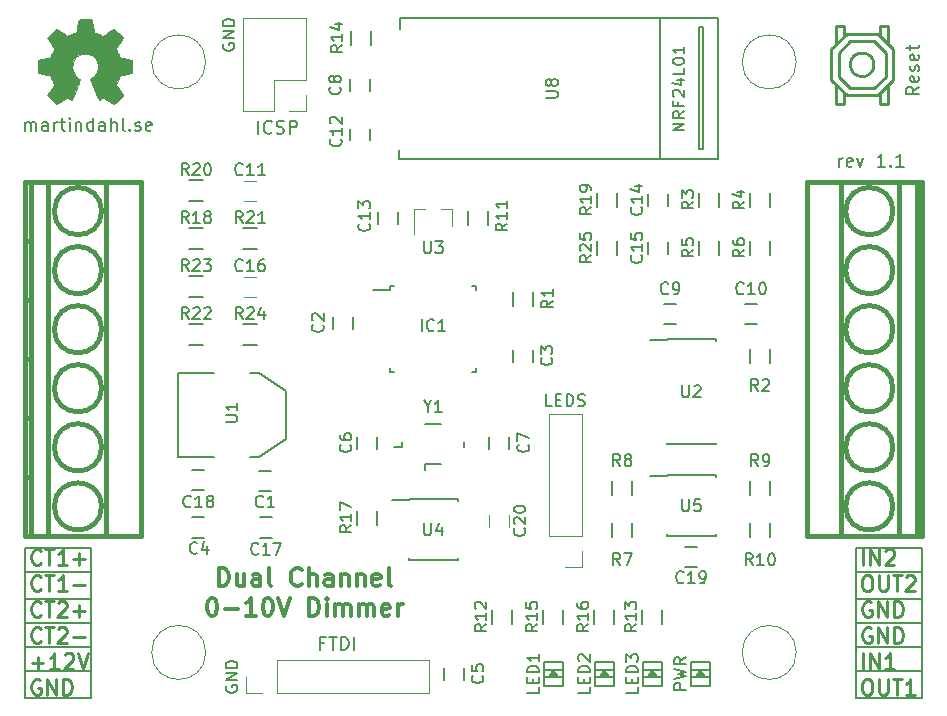
<source format=gto>
G04 #@! TF.FileFunction,Legend,Top*
%FSLAX46Y46*%
G04 Gerber Fmt 4.6, Leading zero omitted, Abs format (unit mm)*
G04 Created by KiCad (PCBNEW 4.0.5) date Wednesday, 08 March 2017 'PMt' 22:20:01*
%MOMM*%
%LPD*%
G01*
G04 APERTURE LIST*
%ADD10C,0.100000*%
%ADD11C,0.150000*%
%ADD12C,0.200000*%
%ADD13C,0.250000*%
%ADD14C,0.300000*%
%ADD15C,0.254000*%
%ADD16C,0.120000*%
%ADD17C,0.127000*%
%ADD18C,0.381000*%
%ADD19C,0.002540*%
G04 APERTURE END LIST*
D10*
D11*
X214828381Y-52799810D02*
X213828381Y-52799810D01*
X214828381Y-52228381D01*
X213828381Y-52228381D01*
X214828381Y-51180762D02*
X214352190Y-51514096D01*
X214828381Y-51752191D02*
X213828381Y-51752191D01*
X213828381Y-51371238D01*
X213876000Y-51276000D01*
X213923619Y-51228381D01*
X214018857Y-51180762D01*
X214161714Y-51180762D01*
X214256952Y-51228381D01*
X214304571Y-51276000D01*
X214352190Y-51371238D01*
X214352190Y-51752191D01*
X214304571Y-50418857D02*
X214304571Y-50752191D01*
X214828381Y-50752191D02*
X213828381Y-50752191D01*
X213828381Y-50276000D01*
X213923619Y-49942667D02*
X213876000Y-49895048D01*
X213828381Y-49799810D01*
X213828381Y-49561714D01*
X213876000Y-49466476D01*
X213923619Y-49418857D01*
X214018857Y-49371238D01*
X214114095Y-49371238D01*
X214256952Y-49418857D01*
X214828381Y-49990286D01*
X214828381Y-49371238D01*
X214161714Y-48514095D02*
X214828381Y-48514095D01*
X213780762Y-48752191D02*
X214495048Y-48990286D01*
X214495048Y-48371238D01*
X214828381Y-47514095D02*
X214828381Y-47990286D01*
X213828381Y-47990286D01*
X213828381Y-46990286D02*
X213828381Y-46895047D01*
X213876000Y-46799809D01*
X213923619Y-46752190D01*
X214018857Y-46704571D01*
X214209333Y-46656952D01*
X214447429Y-46656952D01*
X214637905Y-46704571D01*
X214733143Y-46752190D01*
X214780762Y-46799809D01*
X214828381Y-46895047D01*
X214828381Y-46990286D01*
X214780762Y-47085524D01*
X214733143Y-47133143D01*
X214637905Y-47180762D01*
X214447429Y-47228381D01*
X214209333Y-47228381D01*
X214018857Y-47180762D01*
X213923619Y-47133143D01*
X213876000Y-47085524D01*
X213828381Y-46990286D01*
X214828381Y-45704571D02*
X214828381Y-46276000D01*
X214828381Y-45990286D02*
X213828381Y-45990286D01*
X213971238Y-46085524D01*
X214066476Y-46180762D01*
X214114095Y-46276000D01*
D12*
X216027000Y-44069000D02*
X216408000Y-44069000D01*
X216027000Y-54356000D02*
X216027000Y-44069000D01*
X216408000Y-54356000D02*
X216027000Y-54356000D01*
X216408000Y-54102000D02*
X216408000Y-54356000D01*
X216408000Y-44069000D02*
X216408000Y-54102000D01*
X190627000Y-54737000D02*
X190627000Y-54483000D01*
X190627000Y-55245000D02*
X190627000Y-54610000D01*
X190754000Y-43307000D02*
X190754000Y-44196000D01*
X212725000Y-43307000D02*
X212725000Y-55118000D01*
X217678000Y-55245000D02*
X190627000Y-55245000D01*
X217678000Y-43307000D02*
X217678000Y-55245000D01*
X190754000Y-43307000D02*
X217678000Y-43307000D01*
D11*
X203604953Y-76144381D02*
X203128762Y-76144381D01*
X203128762Y-75144381D01*
X203938286Y-75620571D02*
X204271620Y-75620571D01*
X204414477Y-76144381D02*
X203938286Y-76144381D01*
X203938286Y-75144381D01*
X204414477Y-75144381D01*
X204843048Y-76144381D02*
X204843048Y-75144381D01*
X205081143Y-75144381D01*
X205224001Y-75192000D01*
X205319239Y-75287238D01*
X205366858Y-75382476D01*
X205414477Y-75572952D01*
X205414477Y-75715810D01*
X205366858Y-75906286D01*
X205319239Y-76001524D01*
X205224001Y-76096762D01*
X205081143Y-76144381D01*
X204843048Y-76144381D01*
X205795429Y-76096762D02*
X205938286Y-76144381D01*
X206176382Y-76144381D01*
X206271620Y-76096762D01*
X206319239Y-76049143D01*
X206366858Y-75953905D01*
X206366858Y-75858667D01*
X206319239Y-75763429D01*
X206271620Y-75715810D01*
X206176382Y-75668190D01*
X205985905Y-75620571D01*
X205890667Y-75572952D01*
X205843048Y-75525333D01*
X205795429Y-75430095D01*
X205795429Y-75334857D01*
X205843048Y-75239619D01*
X205890667Y-75192000D01*
X205985905Y-75144381D01*
X206224001Y-75144381D01*
X206366858Y-75192000D01*
X158995144Y-52821619D02*
X158995144Y-52088286D01*
X158995144Y-52193048D02*
X159047525Y-52140667D01*
X159152287Y-52088286D01*
X159309429Y-52088286D01*
X159414191Y-52140667D01*
X159466572Y-52245429D01*
X159466572Y-52821619D01*
X159466572Y-52245429D02*
X159518953Y-52140667D01*
X159623715Y-52088286D01*
X159780858Y-52088286D01*
X159885620Y-52140667D01*
X159938001Y-52245429D01*
X159938001Y-52821619D01*
X160933239Y-52821619D02*
X160933239Y-52245429D01*
X160880858Y-52140667D01*
X160776096Y-52088286D01*
X160566573Y-52088286D01*
X160461811Y-52140667D01*
X160933239Y-52769238D02*
X160828477Y-52821619D01*
X160566573Y-52821619D01*
X160461811Y-52769238D01*
X160409430Y-52664476D01*
X160409430Y-52559714D01*
X160461811Y-52454952D01*
X160566573Y-52402571D01*
X160828477Y-52402571D01*
X160933239Y-52350190D01*
X161457049Y-52821619D02*
X161457049Y-52088286D01*
X161457049Y-52297810D02*
X161509430Y-52193048D01*
X161561811Y-52140667D01*
X161666573Y-52088286D01*
X161771334Y-52088286D01*
X161980858Y-52088286D02*
X162399906Y-52088286D01*
X162138001Y-51721619D02*
X162138001Y-52664476D01*
X162190382Y-52769238D01*
X162295144Y-52821619D01*
X162399906Y-52821619D01*
X162766572Y-52821619D02*
X162766572Y-52088286D01*
X162766572Y-51721619D02*
X162714191Y-51774000D01*
X162766572Y-51826381D01*
X162818953Y-51774000D01*
X162766572Y-51721619D01*
X162766572Y-51826381D01*
X163290382Y-52088286D02*
X163290382Y-52821619D01*
X163290382Y-52193048D02*
X163342763Y-52140667D01*
X163447525Y-52088286D01*
X163604667Y-52088286D01*
X163709429Y-52140667D01*
X163761810Y-52245429D01*
X163761810Y-52821619D01*
X164757048Y-52821619D02*
X164757048Y-51721619D01*
X164757048Y-52769238D02*
X164652286Y-52821619D01*
X164442763Y-52821619D01*
X164338001Y-52769238D01*
X164285620Y-52716857D01*
X164233239Y-52612095D01*
X164233239Y-52297810D01*
X164285620Y-52193048D01*
X164338001Y-52140667D01*
X164442763Y-52088286D01*
X164652286Y-52088286D01*
X164757048Y-52140667D01*
X165752286Y-52821619D02*
X165752286Y-52245429D01*
X165699905Y-52140667D01*
X165595143Y-52088286D01*
X165385620Y-52088286D01*
X165280858Y-52140667D01*
X165752286Y-52769238D02*
X165647524Y-52821619D01*
X165385620Y-52821619D01*
X165280858Y-52769238D01*
X165228477Y-52664476D01*
X165228477Y-52559714D01*
X165280858Y-52454952D01*
X165385620Y-52402571D01*
X165647524Y-52402571D01*
X165752286Y-52350190D01*
X166276096Y-52821619D02*
X166276096Y-51721619D01*
X166747524Y-52821619D02*
X166747524Y-52245429D01*
X166695143Y-52140667D01*
X166590381Y-52088286D01*
X166433239Y-52088286D01*
X166328477Y-52140667D01*
X166276096Y-52193048D01*
X167428477Y-52821619D02*
X167323715Y-52769238D01*
X167271334Y-52664476D01*
X167271334Y-51721619D01*
X167847524Y-52716857D02*
X167899905Y-52769238D01*
X167847524Y-52821619D01*
X167795143Y-52769238D01*
X167847524Y-52716857D01*
X167847524Y-52821619D01*
X168318953Y-52769238D02*
X168423715Y-52821619D01*
X168633239Y-52821619D01*
X168738000Y-52769238D01*
X168790381Y-52664476D01*
X168790381Y-52612095D01*
X168738000Y-52507333D01*
X168633239Y-52454952D01*
X168476096Y-52454952D01*
X168371334Y-52402571D01*
X168318953Y-52297810D01*
X168318953Y-52245429D01*
X168371334Y-52140667D01*
X168476096Y-52088286D01*
X168633239Y-52088286D01*
X168738000Y-52140667D01*
X169680857Y-52769238D02*
X169576095Y-52821619D01*
X169366572Y-52821619D01*
X169261810Y-52769238D01*
X169209429Y-52664476D01*
X169209429Y-52245429D01*
X169261810Y-52140667D01*
X169366572Y-52088286D01*
X169576095Y-52088286D01*
X169680857Y-52140667D01*
X169733238Y-52245429D01*
X169733238Y-52350190D01*
X169209429Y-52454952D01*
X214955381Y-100139333D02*
X213955381Y-100139333D01*
X213955381Y-99758380D01*
X214003000Y-99663142D01*
X214050619Y-99615523D01*
X214145857Y-99567904D01*
X214288714Y-99567904D01*
X214383952Y-99615523D01*
X214431571Y-99663142D01*
X214479190Y-99758380D01*
X214479190Y-100139333D01*
X213955381Y-99234571D02*
X214955381Y-98996476D01*
X214241095Y-98805999D01*
X214955381Y-98615523D01*
X213955381Y-98377428D01*
X214955381Y-97425047D02*
X214479190Y-97758381D01*
X214955381Y-97996476D02*
X213955381Y-97996476D01*
X213955381Y-97615523D01*
X214003000Y-97520285D01*
X214050619Y-97472666D01*
X214145857Y-97425047D01*
X214288714Y-97425047D01*
X214383952Y-97472666D01*
X214431571Y-97520285D01*
X214479190Y-97615523D01*
X214479190Y-97996476D01*
X210891381Y-99925047D02*
X210891381Y-100401238D01*
X209891381Y-100401238D01*
X210367571Y-99591714D02*
X210367571Y-99258380D01*
X210891381Y-99115523D02*
X210891381Y-99591714D01*
X209891381Y-99591714D01*
X209891381Y-99115523D01*
X210891381Y-98686952D02*
X209891381Y-98686952D01*
X209891381Y-98448857D01*
X209939000Y-98305999D01*
X210034238Y-98210761D01*
X210129476Y-98163142D01*
X210319952Y-98115523D01*
X210462810Y-98115523D01*
X210653286Y-98163142D01*
X210748524Y-98210761D01*
X210843762Y-98305999D01*
X210891381Y-98448857D01*
X210891381Y-98686952D01*
X209891381Y-97782190D02*
X209891381Y-97163142D01*
X210272333Y-97496476D01*
X210272333Y-97353618D01*
X210319952Y-97258380D01*
X210367571Y-97210761D01*
X210462810Y-97163142D01*
X210700905Y-97163142D01*
X210796143Y-97210761D01*
X210843762Y-97258380D01*
X210891381Y-97353618D01*
X210891381Y-97639333D01*
X210843762Y-97734571D01*
X210796143Y-97782190D01*
X206827381Y-99925047D02*
X206827381Y-100401238D01*
X205827381Y-100401238D01*
X206303571Y-99591714D02*
X206303571Y-99258380D01*
X206827381Y-99115523D02*
X206827381Y-99591714D01*
X205827381Y-99591714D01*
X205827381Y-99115523D01*
X206827381Y-98686952D02*
X205827381Y-98686952D01*
X205827381Y-98448857D01*
X205875000Y-98305999D01*
X205970238Y-98210761D01*
X206065476Y-98163142D01*
X206255952Y-98115523D01*
X206398810Y-98115523D01*
X206589286Y-98163142D01*
X206684524Y-98210761D01*
X206779762Y-98305999D01*
X206827381Y-98448857D01*
X206827381Y-98686952D01*
X205922619Y-97734571D02*
X205875000Y-97686952D01*
X205827381Y-97591714D01*
X205827381Y-97353618D01*
X205875000Y-97258380D01*
X205922619Y-97210761D01*
X206017857Y-97163142D01*
X206113095Y-97163142D01*
X206255952Y-97210761D01*
X206827381Y-97782190D01*
X206827381Y-97163142D01*
X202509381Y-99925047D02*
X202509381Y-100401238D01*
X201509381Y-100401238D01*
X201985571Y-99591714D02*
X201985571Y-99258380D01*
X202509381Y-99115523D02*
X202509381Y-99591714D01*
X201509381Y-99591714D01*
X201509381Y-99115523D01*
X202509381Y-98686952D02*
X201509381Y-98686952D01*
X201509381Y-98448857D01*
X201557000Y-98305999D01*
X201652238Y-98210761D01*
X201747476Y-98163142D01*
X201937952Y-98115523D01*
X202080810Y-98115523D01*
X202271286Y-98163142D01*
X202366524Y-98210761D01*
X202461762Y-98305999D01*
X202509381Y-98448857D01*
X202509381Y-98686952D01*
X202509381Y-97163142D02*
X202509381Y-97734571D01*
X202509381Y-97448857D02*
X201509381Y-97448857D01*
X201652238Y-97544095D01*
X201747476Y-97639333D01*
X201795095Y-97734571D01*
X234685619Y-49113904D02*
X234161810Y-49480570D01*
X234685619Y-49742475D02*
X233585619Y-49742475D01*
X233585619Y-49323428D01*
X233638000Y-49218666D01*
X233690381Y-49166285D01*
X233795143Y-49113904D01*
X233952286Y-49113904D01*
X234057048Y-49166285D01*
X234109429Y-49218666D01*
X234161810Y-49323428D01*
X234161810Y-49742475D01*
X234633238Y-48223428D02*
X234685619Y-48328190D01*
X234685619Y-48537713D01*
X234633238Y-48642475D01*
X234528476Y-48694856D01*
X234109429Y-48694856D01*
X234004667Y-48642475D01*
X233952286Y-48537713D01*
X233952286Y-48328190D01*
X234004667Y-48223428D01*
X234109429Y-48171047D01*
X234214190Y-48171047D01*
X234318952Y-48694856D01*
X234633238Y-47751999D02*
X234685619Y-47647237D01*
X234685619Y-47437713D01*
X234633238Y-47332952D01*
X234528476Y-47280571D01*
X234476095Y-47280571D01*
X234371333Y-47332952D01*
X234318952Y-47437713D01*
X234318952Y-47594856D01*
X234266571Y-47699618D01*
X234161810Y-47751999D01*
X234109429Y-47751999D01*
X234004667Y-47699618D01*
X233952286Y-47594856D01*
X233952286Y-47437713D01*
X234004667Y-47332952D01*
X234633238Y-46390095D02*
X234685619Y-46494857D01*
X234685619Y-46704380D01*
X234633238Y-46809142D01*
X234528476Y-46861523D01*
X234109429Y-46861523D01*
X234004667Y-46809142D01*
X233952286Y-46704380D01*
X233952286Y-46494857D01*
X234004667Y-46390095D01*
X234109429Y-46337714D01*
X234214190Y-46337714D01*
X234318952Y-46861523D01*
X233952286Y-46023428D02*
X233952286Y-45604380D01*
X233585619Y-45866285D02*
X234528476Y-45866285D01*
X234633238Y-45813904D01*
X234685619Y-45709142D01*
X234685619Y-45604380D01*
X227934382Y-55869619D02*
X227934382Y-55136286D01*
X227934382Y-55345810D02*
X227986763Y-55241048D01*
X228039144Y-55188667D01*
X228143906Y-55136286D01*
X228248667Y-55136286D01*
X229034381Y-55817238D02*
X228929619Y-55869619D01*
X228720096Y-55869619D01*
X228615334Y-55817238D01*
X228562953Y-55712476D01*
X228562953Y-55293429D01*
X228615334Y-55188667D01*
X228720096Y-55136286D01*
X228929619Y-55136286D01*
X229034381Y-55188667D01*
X229086762Y-55293429D01*
X229086762Y-55398190D01*
X228562953Y-55502952D01*
X229453429Y-55136286D02*
X229715334Y-55869619D01*
X229977238Y-55136286D01*
X231810571Y-55869619D02*
X231182000Y-55869619D01*
X231496286Y-55869619D02*
X231496286Y-54769619D01*
X231391524Y-54926762D01*
X231286762Y-55031524D01*
X231182000Y-55083905D01*
X232282000Y-55764857D02*
X232334381Y-55817238D01*
X232282000Y-55869619D01*
X232229619Y-55817238D01*
X232282000Y-55764857D01*
X232282000Y-55869619D01*
X233382000Y-55869619D02*
X232753429Y-55869619D01*
X233067715Y-55869619D02*
X233067715Y-54769619D01*
X232962953Y-54926762D01*
X232858191Y-55031524D01*
X232753429Y-55083905D01*
D12*
X159004000Y-100838000D02*
X159004000Y-88138000D01*
X164592000Y-88138000D02*
X164592000Y-100838000D01*
X159004000Y-88138000D02*
X164592000Y-88138000D01*
X159004000Y-100838000D02*
X164592000Y-100838000D01*
X159004000Y-98552000D02*
X164592000Y-98552000D01*
X159004000Y-96520000D02*
X164592000Y-96520000D01*
X159004000Y-94488000D02*
X164592000Y-94488000D01*
X159004000Y-92456000D02*
X164592000Y-92456000D01*
X159004000Y-90170000D02*
X164592000Y-90170000D01*
D13*
X160310381Y-89452286D02*
X160248476Y-89514190D01*
X160062762Y-89576095D01*
X159938952Y-89576095D01*
X159753238Y-89514190D01*
X159629429Y-89390381D01*
X159567524Y-89266571D01*
X159505619Y-89018952D01*
X159505619Y-88833238D01*
X159567524Y-88585619D01*
X159629429Y-88461810D01*
X159753238Y-88338000D01*
X159938952Y-88276095D01*
X160062762Y-88276095D01*
X160248476Y-88338000D01*
X160310381Y-88399905D01*
X160681810Y-88276095D02*
X161424667Y-88276095D01*
X161053238Y-89576095D02*
X161053238Y-88276095D01*
X162538952Y-89576095D02*
X161796095Y-89576095D01*
X162167524Y-89576095D02*
X162167524Y-88276095D01*
X162043714Y-88461810D01*
X161919905Y-88585619D01*
X161796095Y-88647524D01*
X163096095Y-89080857D02*
X164086571Y-89080857D01*
X163591333Y-89576095D02*
X163591333Y-88585619D01*
X160310381Y-91652286D02*
X160248476Y-91714190D01*
X160062762Y-91776095D01*
X159938952Y-91776095D01*
X159753238Y-91714190D01*
X159629429Y-91590381D01*
X159567524Y-91466571D01*
X159505619Y-91218952D01*
X159505619Y-91033238D01*
X159567524Y-90785619D01*
X159629429Y-90661810D01*
X159753238Y-90538000D01*
X159938952Y-90476095D01*
X160062762Y-90476095D01*
X160248476Y-90538000D01*
X160310381Y-90599905D01*
X160681810Y-90476095D02*
X161424667Y-90476095D01*
X161053238Y-91776095D02*
X161053238Y-90476095D01*
X162538952Y-91776095D02*
X161796095Y-91776095D01*
X162167524Y-91776095D02*
X162167524Y-90476095D01*
X162043714Y-90661810D01*
X161919905Y-90785619D01*
X161796095Y-90847524D01*
X163096095Y-91280857D02*
X164086571Y-91280857D01*
X160310381Y-93852286D02*
X160248476Y-93914190D01*
X160062762Y-93976095D01*
X159938952Y-93976095D01*
X159753238Y-93914190D01*
X159629429Y-93790381D01*
X159567524Y-93666571D01*
X159505619Y-93418952D01*
X159505619Y-93233238D01*
X159567524Y-92985619D01*
X159629429Y-92861810D01*
X159753238Y-92738000D01*
X159938952Y-92676095D01*
X160062762Y-92676095D01*
X160248476Y-92738000D01*
X160310381Y-92799905D01*
X160681810Y-92676095D02*
X161424667Y-92676095D01*
X161053238Y-93976095D02*
X161053238Y-92676095D01*
X161796095Y-92799905D02*
X161858000Y-92738000D01*
X161981809Y-92676095D01*
X162291333Y-92676095D01*
X162415143Y-92738000D01*
X162477047Y-92799905D01*
X162538952Y-92923714D01*
X162538952Y-93047524D01*
X162477047Y-93233238D01*
X161734190Y-93976095D01*
X162538952Y-93976095D01*
X163096095Y-93480857D02*
X164086571Y-93480857D01*
X163591333Y-93976095D02*
X163591333Y-92985619D01*
X160310381Y-96052286D02*
X160248476Y-96114190D01*
X160062762Y-96176095D01*
X159938952Y-96176095D01*
X159753238Y-96114190D01*
X159629429Y-95990381D01*
X159567524Y-95866571D01*
X159505619Y-95618952D01*
X159505619Y-95433238D01*
X159567524Y-95185619D01*
X159629429Y-95061810D01*
X159753238Y-94938000D01*
X159938952Y-94876095D01*
X160062762Y-94876095D01*
X160248476Y-94938000D01*
X160310381Y-94999905D01*
X160681810Y-94876095D02*
X161424667Y-94876095D01*
X161053238Y-96176095D02*
X161053238Y-94876095D01*
X161796095Y-94999905D02*
X161858000Y-94938000D01*
X161981809Y-94876095D01*
X162291333Y-94876095D01*
X162415143Y-94938000D01*
X162477047Y-94999905D01*
X162538952Y-95123714D01*
X162538952Y-95247524D01*
X162477047Y-95433238D01*
X161734190Y-96176095D01*
X162538952Y-96176095D01*
X163096095Y-95680857D02*
X164086571Y-95680857D01*
X159567524Y-97880857D02*
X160558000Y-97880857D01*
X160062762Y-98376095D02*
X160062762Y-97385619D01*
X161858000Y-98376095D02*
X161115143Y-98376095D01*
X161486572Y-98376095D02*
X161486572Y-97076095D01*
X161362762Y-97261810D01*
X161238953Y-97385619D01*
X161115143Y-97447524D01*
X162353238Y-97199905D02*
X162415143Y-97138000D01*
X162538952Y-97076095D01*
X162848476Y-97076095D01*
X162972286Y-97138000D01*
X163034190Y-97199905D01*
X163096095Y-97323714D01*
X163096095Y-97447524D01*
X163034190Y-97633238D01*
X162291333Y-98376095D01*
X163096095Y-98376095D01*
X163467524Y-97076095D02*
X163900857Y-98376095D01*
X164334190Y-97076095D01*
X160248476Y-99338000D02*
X160124667Y-99276095D01*
X159938952Y-99276095D01*
X159753238Y-99338000D01*
X159629429Y-99461810D01*
X159567524Y-99585619D01*
X159505619Y-99833238D01*
X159505619Y-100018952D01*
X159567524Y-100266571D01*
X159629429Y-100390381D01*
X159753238Y-100514190D01*
X159938952Y-100576095D01*
X160062762Y-100576095D01*
X160248476Y-100514190D01*
X160310381Y-100452286D01*
X160310381Y-100018952D01*
X160062762Y-100018952D01*
X160867524Y-100576095D02*
X160867524Y-99276095D01*
X161610381Y-100576095D01*
X161610381Y-99276095D01*
X162229429Y-100576095D02*
X162229429Y-99276095D01*
X162538953Y-99276095D01*
X162724667Y-99338000D01*
X162848476Y-99461810D01*
X162910381Y-99585619D01*
X162972286Y-99833238D01*
X162972286Y-100018952D01*
X162910381Y-100266571D01*
X162848476Y-100390381D01*
X162724667Y-100514190D01*
X162538953Y-100576095D01*
X162229429Y-100576095D01*
D12*
X229362000Y-100838000D02*
X229362000Y-88138000D01*
X234950000Y-88138000D02*
X234950000Y-100838000D01*
X229362000Y-100838000D02*
X234950000Y-100838000D01*
X234950000Y-88138000D02*
X229362000Y-88138000D01*
X229362000Y-98552000D02*
X234950000Y-98552000D01*
X229362000Y-96520000D02*
X234950000Y-96520000D01*
X229362000Y-94488000D02*
X234950000Y-94488000D01*
X229362000Y-92456000D02*
X234950000Y-92456000D01*
X229362000Y-90170000D02*
X234950000Y-90170000D01*
D13*
X229925524Y-89576095D02*
X229925524Y-88276095D01*
X230544572Y-89576095D02*
X230544572Y-88276095D01*
X231287429Y-89576095D01*
X231287429Y-88276095D01*
X231844572Y-88399905D02*
X231906477Y-88338000D01*
X232030286Y-88276095D01*
X232339810Y-88276095D01*
X232463620Y-88338000D01*
X232525524Y-88399905D01*
X232587429Y-88523714D01*
X232587429Y-88647524D01*
X232525524Y-88833238D01*
X231782667Y-89576095D01*
X232587429Y-89576095D01*
X230173143Y-90476095D02*
X230420762Y-90476095D01*
X230544571Y-90538000D01*
X230668381Y-90661810D01*
X230730286Y-90909429D01*
X230730286Y-91342762D01*
X230668381Y-91590381D01*
X230544571Y-91714190D01*
X230420762Y-91776095D01*
X230173143Y-91776095D01*
X230049333Y-91714190D01*
X229925524Y-91590381D01*
X229863619Y-91342762D01*
X229863619Y-90909429D01*
X229925524Y-90661810D01*
X230049333Y-90538000D01*
X230173143Y-90476095D01*
X231287429Y-90476095D02*
X231287429Y-91528476D01*
X231349334Y-91652286D01*
X231411238Y-91714190D01*
X231535048Y-91776095D01*
X231782667Y-91776095D01*
X231906476Y-91714190D01*
X231968381Y-91652286D01*
X232030286Y-91528476D01*
X232030286Y-90476095D01*
X232463620Y-90476095D02*
X233206477Y-90476095D01*
X232835048Y-91776095D02*
X232835048Y-90476095D01*
X233577905Y-90599905D02*
X233639810Y-90538000D01*
X233763619Y-90476095D01*
X234073143Y-90476095D01*
X234196953Y-90538000D01*
X234258857Y-90599905D01*
X234320762Y-90723714D01*
X234320762Y-90847524D01*
X234258857Y-91033238D01*
X233516000Y-91776095D01*
X234320762Y-91776095D01*
X230606476Y-92738000D02*
X230482667Y-92676095D01*
X230296952Y-92676095D01*
X230111238Y-92738000D01*
X229987429Y-92861810D01*
X229925524Y-92985619D01*
X229863619Y-93233238D01*
X229863619Y-93418952D01*
X229925524Y-93666571D01*
X229987429Y-93790381D01*
X230111238Y-93914190D01*
X230296952Y-93976095D01*
X230420762Y-93976095D01*
X230606476Y-93914190D01*
X230668381Y-93852286D01*
X230668381Y-93418952D01*
X230420762Y-93418952D01*
X231225524Y-93976095D02*
X231225524Y-92676095D01*
X231968381Y-93976095D01*
X231968381Y-92676095D01*
X232587429Y-93976095D02*
X232587429Y-92676095D01*
X232896953Y-92676095D01*
X233082667Y-92738000D01*
X233206476Y-92861810D01*
X233268381Y-92985619D01*
X233330286Y-93233238D01*
X233330286Y-93418952D01*
X233268381Y-93666571D01*
X233206476Y-93790381D01*
X233082667Y-93914190D01*
X232896953Y-93976095D01*
X232587429Y-93976095D01*
X230606476Y-94938000D02*
X230482667Y-94876095D01*
X230296952Y-94876095D01*
X230111238Y-94938000D01*
X229987429Y-95061810D01*
X229925524Y-95185619D01*
X229863619Y-95433238D01*
X229863619Y-95618952D01*
X229925524Y-95866571D01*
X229987429Y-95990381D01*
X230111238Y-96114190D01*
X230296952Y-96176095D01*
X230420762Y-96176095D01*
X230606476Y-96114190D01*
X230668381Y-96052286D01*
X230668381Y-95618952D01*
X230420762Y-95618952D01*
X231225524Y-96176095D02*
X231225524Y-94876095D01*
X231968381Y-96176095D01*
X231968381Y-94876095D01*
X232587429Y-96176095D02*
X232587429Y-94876095D01*
X232896953Y-94876095D01*
X233082667Y-94938000D01*
X233206476Y-95061810D01*
X233268381Y-95185619D01*
X233330286Y-95433238D01*
X233330286Y-95618952D01*
X233268381Y-95866571D01*
X233206476Y-95990381D01*
X233082667Y-96114190D01*
X232896953Y-96176095D01*
X232587429Y-96176095D01*
X229925524Y-98376095D02*
X229925524Y-97076095D01*
X230544572Y-98376095D02*
X230544572Y-97076095D01*
X231287429Y-98376095D01*
X231287429Y-97076095D01*
X232587429Y-98376095D02*
X231844572Y-98376095D01*
X232216001Y-98376095D02*
X232216001Y-97076095D01*
X232092191Y-97261810D01*
X231968382Y-97385619D01*
X231844572Y-97447524D01*
X230173143Y-99276095D02*
X230420762Y-99276095D01*
X230544571Y-99338000D01*
X230668381Y-99461810D01*
X230730286Y-99709429D01*
X230730286Y-100142762D01*
X230668381Y-100390381D01*
X230544571Y-100514190D01*
X230420762Y-100576095D01*
X230173143Y-100576095D01*
X230049333Y-100514190D01*
X229925524Y-100390381D01*
X229863619Y-100142762D01*
X229863619Y-99709429D01*
X229925524Y-99461810D01*
X230049333Y-99338000D01*
X230173143Y-99276095D01*
X231287429Y-99276095D02*
X231287429Y-100328476D01*
X231349334Y-100452286D01*
X231411238Y-100514190D01*
X231535048Y-100576095D01*
X231782667Y-100576095D01*
X231906476Y-100514190D01*
X231968381Y-100452286D01*
X232030286Y-100328476D01*
X232030286Y-99276095D01*
X232463620Y-99276095D02*
X233206477Y-99276095D01*
X232835048Y-100576095D02*
X232835048Y-99276095D01*
X234320762Y-100576095D02*
X233577905Y-100576095D01*
X233949334Y-100576095D02*
X233949334Y-99276095D01*
X233825524Y-99461810D01*
X233701715Y-99585619D01*
X233577905Y-99647524D01*
D14*
X175411715Y-91351571D02*
X175411715Y-89851571D01*
X175768858Y-89851571D01*
X175983143Y-89923000D01*
X176126001Y-90065857D01*
X176197429Y-90208714D01*
X176268858Y-90494429D01*
X176268858Y-90708714D01*
X176197429Y-90994429D01*
X176126001Y-91137286D01*
X175983143Y-91280143D01*
X175768858Y-91351571D01*
X175411715Y-91351571D01*
X177554572Y-90351571D02*
X177554572Y-91351571D01*
X176911715Y-90351571D02*
X176911715Y-91137286D01*
X176983143Y-91280143D01*
X177126001Y-91351571D01*
X177340286Y-91351571D01*
X177483143Y-91280143D01*
X177554572Y-91208714D01*
X178911715Y-91351571D02*
X178911715Y-90565857D01*
X178840286Y-90423000D01*
X178697429Y-90351571D01*
X178411715Y-90351571D01*
X178268858Y-90423000D01*
X178911715Y-91280143D02*
X178768858Y-91351571D01*
X178411715Y-91351571D01*
X178268858Y-91280143D01*
X178197429Y-91137286D01*
X178197429Y-90994429D01*
X178268858Y-90851571D01*
X178411715Y-90780143D01*
X178768858Y-90780143D01*
X178911715Y-90708714D01*
X179840287Y-91351571D02*
X179697429Y-91280143D01*
X179626001Y-91137286D01*
X179626001Y-89851571D01*
X182411715Y-91208714D02*
X182340286Y-91280143D01*
X182126000Y-91351571D01*
X181983143Y-91351571D01*
X181768858Y-91280143D01*
X181626000Y-91137286D01*
X181554572Y-90994429D01*
X181483143Y-90708714D01*
X181483143Y-90494429D01*
X181554572Y-90208714D01*
X181626000Y-90065857D01*
X181768858Y-89923000D01*
X181983143Y-89851571D01*
X182126000Y-89851571D01*
X182340286Y-89923000D01*
X182411715Y-89994429D01*
X183054572Y-91351571D02*
X183054572Y-89851571D01*
X183697429Y-91351571D02*
X183697429Y-90565857D01*
X183626000Y-90423000D01*
X183483143Y-90351571D01*
X183268858Y-90351571D01*
X183126000Y-90423000D01*
X183054572Y-90494429D01*
X185054572Y-91351571D02*
X185054572Y-90565857D01*
X184983143Y-90423000D01*
X184840286Y-90351571D01*
X184554572Y-90351571D01*
X184411715Y-90423000D01*
X185054572Y-91280143D02*
X184911715Y-91351571D01*
X184554572Y-91351571D01*
X184411715Y-91280143D01*
X184340286Y-91137286D01*
X184340286Y-90994429D01*
X184411715Y-90851571D01*
X184554572Y-90780143D01*
X184911715Y-90780143D01*
X185054572Y-90708714D01*
X185768858Y-90351571D02*
X185768858Y-91351571D01*
X185768858Y-90494429D02*
X185840286Y-90423000D01*
X185983144Y-90351571D01*
X186197429Y-90351571D01*
X186340286Y-90423000D01*
X186411715Y-90565857D01*
X186411715Y-91351571D01*
X187126001Y-90351571D02*
X187126001Y-91351571D01*
X187126001Y-90494429D02*
X187197429Y-90423000D01*
X187340287Y-90351571D01*
X187554572Y-90351571D01*
X187697429Y-90423000D01*
X187768858Y-90565857D01*
X187768858Y-91351571D01*
X189054572Y-91280143D02*
X188911715Y-91351571D01*
X188626001Y-91351571D01*
X188483144Y-91280143D01*
X188411715Y-91137286D01*
X188411715Y-90565857D01*
X188483144Y-90423000D01*
X188626001Y-90351571D01*
X188911715Y-90351571D01*
X189054572Y-90423000D01*
X189126001Y-90565857D01*
X189126001Y-90708714D01*
X188411715Y-90851571D01*
X189983144Y-91351571D02*
X189840286Y-91280143D01*
X189768858Y-91137286D01*
X189768858Y-89851571D01*
X174768858Y-92401571D02*
X174911715Y-92401571D01*
X175054572Y-92473000D01*
X175126001Y-92544429D01*
X175197430Y-92687286D01*
X175268858Y-92973000D01*
X175268858Y-93330143D01*
X175197430Y-93615857D01*
X175126001Y-93758714D01*
X175054572Y-93830143D01*
X174911715Y-93901571D01*
X174768858Y-93901571D01*
X174626001Y-93830143D01*
X174554572Y-93758714D01*
X174483144Y-93615857D01*
X174411715Y-93330143D01*
X174411715Y-92973000D01*
X174483144Y-92687286D01*
X174554572Y-92544429D01*
X174626001Y-92473000D01*
X174768858Y-92401571D01*
X175911715Y-93330143D02*
X177054572Y-93330143D01*
X178554572Y-93901571D02*
X177697429Y-93901571D01*
X178126001Y-93901571D02*
X178126001Y-92401571D01*
X177983144Y-92615857D01*
X177840286Y-92758714D01*
X177697429Y-92830143D01*
X179483143Y-92401571D02*
X179626000Y-92401571D01*
X179768857Y-92473000D01*
X179840286Y-92544429D01*
X179911715Y-92687286D01*
X179983143Y-92973000D01*
X179983143Y-93330143D01*
X179911715Y-93615857D01*
X179840286Y-93758714D01*
X179768857Y-93830143D01*
X179626000Y-93901571D01*
X179483143Y-93901571D01*
X179340286Y-93830143D01*
X179268857Y-93758714D01*
X179197429Y-93615857D01*
X179126000Y-93330143D01*
X179126000Y-92973000D01*
X179197429Y-92687286D01*
X179268857Y-92544429D01*
X179340286Y-92473000D01*
X179483143Y-92401571D01*
X180411714Y-92401571D02*
X180911714Y-93901571D01*
X181411714Y-92401571D01*
X183054571Y-93901571D02*
X183054571Y-92401571D01*
X183411714Y-92401571D01*
X183625999Y-92473000D01*
X183768857Y-92615857D01*
X183840285Y-92758714D01*
X183911714Y-93044429D01*
X183911714Y-93258714D01*
X183840285Y-93544429D01*
X183768857Y-93687286D01*
X183625999Y-93830143D01*
X183411714Y-93901571D01*
X183054571Y-93901571D01*
X184554571Y-93901571D02*
X184554571Y-92901571D01*
X184554571Y-92401571D02*
X184483142Y-92473000D01*
X184554571Y-92544429D01*
X184625999Y-92473000D01*
X184554571Y-92401571D01*
X184554571Y-92544429D01*
X185268857Y-93901571D02*
X185268857Y-92901571D01*
X185268857Y-93044429D02*
X185340285Y-92973000D01*
X185483143Y-92901571D01*
X185697428Y-92901571D01*
X185840285Y-92973000D01*
X185911714Y-93115857D01*
X185911714Y-93901571D01*
X185911714Y-93115857D02*
X185983143Y-92973000D01*
X186126000Y-92901571D01*
X186340285Y-92901571D01*
X186483143Y-92973000D01*
X186554571Y-93115857D01*
X186554571Y-93901571D01*
X187268857Y-93901571D02*
X187268857Y-92901571D01*
X187268857Y-93044429D02*
X187340285Y-92973000D01*
X187483143Y-92901571D01*
X187697428Y-92901571D01*
X187840285Y-92973000D01*
X187911714Y-93115857D01*
X187911714Y-93901571D01*
X187911714Y-93115857D02*
X187983143Y-92973000D01*
X188126000Y-92901571D01*
X188340285Y-92901571D01*
X188483143Y-92973000D01*
X188554571Y-93115857D01*
X188554571Y-93901571D01*
X189840285Y-93830143D02*
X189697428Y-93901571D01*
X189411714Y-93901571D01*
X189268857Y-93830143D01*
X189197428Y-93687286D01*
X189197428Y-93115857D01*
X189268857Y-92973000D01*
X189411714Y-92901571D01*
X189697428Y-92901571D01*
X189840285Y-92973000D01*
X189911714Y-93115857D01*
X189911714Y-93258714D01*
X189197428Y-93401571D01*
X190554571Y-93901571D02*
X190554571Y-92901571D01*
X190554571Y-93187286D02*
X190625999Y-93044429D01*
X190697428Y-92973000D01*
X190840285Y-92901571D01*
X190983142Y-92901571D01*
D11*
X175776000Y-45465904D02*
X175728381Y-45561142D01*
X175728381Y-45703999D01*
X175776000Y-45846857D01*
X175871238Y-45942095D01*
X175966476Y-45989714D01*
X176156952Y-46037333D01*
X176299810Y-46037333D01*
X176490286Y-45989714D01*
X176585524Y-45942095D01*
X176680762Y-45846857D01*
X176728381Y-45703999D01*
X176728381Y-45608761D01*
X176680762Y-45465904D01*
X176633143Y-45418285D01*
X176299810Y-45418285D01*
X176299810Y-45608761D01*
X176728381Y-44989714D02*
X175728381Y-44989714D01*
X176728381Y-44418285D01*
X175728381Y-44418285D01*
X176728381Y-43942095D02*
X175728381Y-43942095D01*
X175728381Y-43704000D01*
X175776000Y-43561142D01*
X175871238Y-43465904D01*
X175966476Y-43418285D01*
X176156952Y-43370666D01*
X176299810Y-43370666D01*
X176490286Y-43418285D01*
X176585524Y-43465904D01*
X176680762Y-43561142D01*
X176728381Y-43704000D01*
X176728381Y-43942095D01*
X178716191Y-53075619D02*
X178716191Y-51975619D01*
X179868572Y-52970857D02*
X179816191Y-53023238D01*
X179659048Y-53075619D01*
X179554286Y-53075619D01*
X179397144Y-53023238D01*
X179292382Y-52918476D01*
X179240001Y-52813714D01*
X179187620Y-52604190D01*
X179187620Y-52447048D01*
X179240001Y-52237524D01*
X179292382Y-52132762D01*
X179397144Y-52028000D01*
X179554286Y-51975619D01*
X179659048Y-51975619D01*
X179816191Y-52028000D01*
X179868572Y-52080381D01*
X180287620Y-53023238D02*
X180444763Y-53075619D01*
X180706667Y-53075619D01*
X180811429Y-53023238D01*
X180863810Y-52970857D01*
X180916191Y-52866095D01*
X180916191Y-52761333D01*
X180863810Y-52656571D01*
X180811429Y-52604190D01*
X180706667Y-52551810D01*
X180497144Y-52499429D01*
X180392382Y-52447048D01*
X180340001Y-52394667D01*
X180287620Y-52289905D01*
X180287620Y-52185143D01*
X180340001Y-52080381D01*
X180392382Y-52028000D01*
X180497144Y-51975619D01*
X180759048Y-51975619D01*
X180916191Y-52028000D01*
X181387620Y-53075619D02*
X181387620Y-51975619D01*
X181806667Y-51975619D01*
X181911429Y-52028000D01*
X181963810Y-52080381D01*
X182016191Y-52185143D01*
X182016191Y-52342286D01*
X181963810Y-52447048D01*
X181911429Y-52499429D01*
X181806667Y-52551810D01*
X181387620Y-52551810D01*
X176030000Y-99821904D02*
X175982381Y-99917142D01*
X175982381Y-100059999D01*
X176030000Y-100202857D01*
X176125238Y-100298095D01*
X176220476Y-100345714D01*
X176410952Y-100393333D01*
X176553810Y-100393333D01*
X176744286Y-100345714D01*
X176839524Y-100298095D01*
X176934762Y-100202857D01*
X176982381Y-100059999D01*
X176982381Y-99964761D01*
X176934762Y-99821904D01*
X176887143Y-99774285D01*
X176553810Y-99774285D01*
X176553810Y-99964761D01*
X176982381Y-99345714D02*
X175982381Y-99345714D01*
X176982381Y-98774285D01*
X175982381Y-98774285D01*
X176982381Y-98298095D02*
X175982381Y-98298095D01*
X175982381Y-98060000D01*
X176030000Y-97917142D01*
X176125238Y-97821904D01*
X176220476Y-97774285D01*
X176410952Y-97726666D01*
X176553810Y-97726666D01*
X176744286Y-97774285D01*
X176839524Y-97821904D01*
X176934762Y-97917142D01*
X176982381Y-98060000D01*
X176982381Y-98298095D01*
X184346190Y-96187429D02*
X183979524Y-96187429D01*
X183979524Y-96763619D02*
X183979524Y-95663619D01*
X184503333Y-95663619D01*
X184765238Y-95663619D02*
X185393809Y-95663619D01*
X185079524Y-96763619D02*
X185079524Y-95663619D01*
X185760476Y-96763619D02*
X185760476Y-95663619D01*
X186022381Y-95663619D01*
X186179523Y-95716000D01*
X186284285Y-95820762D01*
X186336666Y-95925524D01*
X186389047Y-96135048D01*
X186389047Y-96292190D01*
X186336666Y-96501714D01*
X186284285Y-96606476D01*
X186179523Y-96711238D01*
X186022381Y-96763619D01*
X185760476Y-96763619D01*
X186860476Y-96763619D02*
X186860476Y-95663619D01*
X189923000Y-65971000D02*
X189923000Y-66296000D01*
X197173000Y-65971000D02*
X197173000Y-66296000D01*
X197173000Y-73221000D02*
X197173000Y-72896000D01*
X189923000Y-73221000D02*
X189923000Y-72896000D01*
X189923000Y-65971000D02*
X190248000Y-65971000D01*
X189923000Y-73221000D02*
X190248000Y-73221000D01*
X197173000Y-73221000D02*
X196848000Y-73221000D01*
X197173000Y-65971000D02*
X196848000Y-65971000D01*
X189923000Y-66296000D02*
X188498000Y-66296000D01*
X190948000Y-79575000D02*
X190248000Y-79575000D01*
X192848000Y-81075000D02*
X192848000Y-81575000D01*
X194250080Y-81075000D02*
X192848000Y-81075000D01*
X192846960Y-77675000D02*
X194249040Y-77675000D01*
X196148000Y-79575000D02*
X196148000Y-79175000D01*
X190948000Y-79575000D02*
X190948000Y-79175000D01*
D15*
X228368860Y-44843700D02*
X228368860Y-43944540D01*
X228368860Y-43944540D02*
X227670360Y-43944540D01*
X227670360Y-43944540D02*
X227670360Y-45544740D01*
X232069640Y-45544740D02*
X232069640Y-43944540D01*
X232069640Y-43944540D02*
X231371140Y-43944540D01*
X231371140Y-43944540D02*
X231371140Y-44843700D01*
X231371140Y-50543460D02*
X232069640Y-50543460D01*
X232069640Y-50543460D02*
X232069640Y-48943260D01*
X231371140Y-50543460D02*
X231371140Y-49644300D01*
X227670360Y-48943260D02*
X227670360Y-50543460D01*
X227670360Y-50543460D02*
X228368860Y-50543460D01*
X228368860Y-50543460D02*
X228368860Y-49644300D01*
X230870760Y-49242980D02*
X231868980Y-48244760D01*
X231868980Y-48244760D02*
X231868980Y-46243240D01*
X231868980Y-46243240D02*
X230870760Y-45245020D01*
X230870760Y-45245020D02*
X228869240Y-45245020D01*
X228869240Y-45245020D02*
X227871020Y-46243240D01*
X227871020Y-46243240D02*
X227871020Y-48244760D01*
X227871020Y-48244760D02*
X228869240Y-49242980D01*
X228869240Y-49242980D02*
X230870760Y-49242980D01*
X232470960Y-48544480D02*
X232470960Y-45943520D01*
X228569520Y-49844960D02*
X231170480Y-49844960D01*
X232470960Y-45943520D02*
X231170480Y-44643040D01*
X231170480Y-44643040D02*
X228569520Y-44643040D01*
X228569520Y-44643040D02*
X227269040Y-45943520D01*
X227269040Y-45943520D02*
X227269040Y-48544480D01*
X231170480Y-49844960D02*
X232470960Y-48544480D01*
X227269040Y-48544480D02*
X228569520Y-49844960D01*
X230870760Y-47244000D02*
G75*
G03X230870760Y-47244000I-1000760J0D01*
G01*
D11*
X175006000Y-73342500D02*
X171958000Y-73342500D01*
X171958000Y-73342500D02*
X171958000Y-80454500D01*
X171958000Y-80454500D02*
X175006000Y-80454500D01*
X178054000Y-73342500D02*
X178816000Y-73342500D01*
X178816000Y-73342500D02*
X181102000Y-74866500D01*
X181102000Y-74866500D02*
X181102000Y-78930500D01*
X181102000Y-78930500D02*
X178816000Y-80454500D01*
X178816000Y-80454500D02*
X178054000Y-80454500D01*
X220972000Y-67476000D02*
X219972000Y-67476000D01*
X219972000Y-69176000D02*
X220972000Y-69176000D01*
X214114000Y-67476000D02*
X213114000Y-67476000D01*
X213114000Y-69176000D02*
X214114000Y-69176000D01*
X208675000Y-87214000D02*
X208675000Y-86014000D01*
X210425000Y-86014000D02*
X210425000Y-87214000D01*
X208675000Y-83658000D02*
X208675000Y-82458000D01*
X210425000Y-82458000D02*
X210425000Y-83658000D01*
X222109000Y-82458000D02*
X222109000Y-83658000D01*
X220359000Y-83658000D02*
X220359000Y-82458000D01*
X222109000Y-86014000D02*
X222109000Y-87214000D01*
X220359000Y-87214000D02*
X220359000Y-86014000D01*
X185078000Y-68588000D02*
X185078000Y-69588000D01*
X186778000Y-69588000D02*
X186778000Y-68588000D01*
X200318000Y-71382000D02*
X200318000Y-72382000D01*
X202018000Y-72382000D02*
X202018000Y-71382000D01*
X194476000Y-98306000D02*
X194476000Y-99306000D01*
X196176000Y-99306000D02*
X196176000Y-98306000D01*
X188810000Y-79748000D02*
X188810000Y-78748000D01*
X187110000Y-78748000D02*
X187110000Y-79748000D01*
X199986000Y-79748000D02*
X199986000Y-78748000D01*
X198286000Y-78748000D02*
X198286000Y-79748000D01*
X186538000Y-48458500D02*
X186538000Y-49458500D01*
X188238000Y-49458500D02*
X188238000Y-48458500D01*
X190588000Y-60698000D02*
X190588000Y-59698000D01*
X188888000Y-59698000D02*
X188888000Y-60698000D01*
X211748000Y-58174000D02*
X211748000Y-59174000D01*
X213448000Y-59174000D02*
X213448000Y-58174000D01*
X213448000Y-63238000D02*
X213448000Y-62238000D01*
X211748000Y-62238000D02*
X211748000Y-63238000D01*
X179824000Y-81636500D02*
X178824000Y-81636500D01*
X178824000Y-83336500D02*
X179824000Y-83336500D01*
X174172000Y-85573500D02*
X173172000Y-85573500D01*
X173172000Y-87273500D02*
X174172000Y-87273500D01*
X202043000Y-66456000D02*
X202043000Y-67656000D01*
X200293000Y-67656000D02*
X200293000Y-66456000D01*
X217791000Y-58074000D02*
X217791000Y-59274000D01*
X216041000Y-59274000D02*
X216041000Y-58074000D01*
X222109000Y-58074000D02*
X222109000Y-59274000D01*
X220359000Y-59274000D02*
X220359000Y-58074000D01*
X216041000Y-63338000D02*
X216041000Y-62138000D01*
X217791000Y-62138000D02*
X217791000Y-63338000D01*
X222109000Y-62138000D02*
X222109000Y-63338000D01*
X220359000Y-63338000D02*
X220359000Y-62138000D01*
D16*
X195128000Y-59438000D02*
X194198000Y-59438000D01*
X191968000Y-59438000D02*
X192898000Y-59438000D01*
X191968000Y-59438000D02*
X191968000Y-61598000D01*
X195128000Y-59438000D02*
X195128000Y-60898000D01*
D11*
X213317000Y-70480000D02*
X213317000Y-70505000D01*
X217467000Y-70480000D02*
X217467000Y-70595000D01*
X217467000Y-79380000D02*
X217467000Y-79265000D01*
X213317000Y-79380000D02*
X213317000Y-79265000D01*
X213317000Y-70480000D02*
X217467000Y-70480000D01*
X213317000Y-79380000D02*
X217467000Y-79380000D01*
X213317000Y-70505000D02*
X211942000Y-70505000D01*
X220359000Y-72482000D02*
X220359000Y-71282000D01*
X222109000Y-71282000D02*
X222109000Y-72482000D01*
X188238000Y-53649500D02*
X188238000Y-52649500D01*
X186538000Y-52649500D02*
X186538000Y-53649500D01*
X179888000Y-85573500D02*
X178888000Y-85573500D01*
X178888000Y-87273500D02*
X179888000Y-87273500D01*
X174172000Y-81573000D02*
X173172000Y-81573000D01*
X173172000Y-83273000D02*
X174172000Y-83273000D01*
X198233000Y-59598000D02*
X198233000Y-60798000D01*
X196483000Y-60798000D02*
X196483000Y-59598000D01*
X214892000Y-89750000D02*
X215892000Y-89750000D01*
X215892000Y-88050000D02*
X214892000Y-88050000D01*
D16*
X224286000Y-47000000D02*
G75*
G03X224286000Y-47000000I-2286000J0D01*
G01*
X174286000Y-97000000D02*
G75*
G03X174286000Y-97000000I-2286000J0D01*
G01*
X174286000Y-47000000D02*
G75*
G03X174286000Y-47000000I-2286000J0D01*
G01*
X224286000Y-97000000D02*
G75*
G03X224286000Y-97000000I-2286000J0D01*
G01*
D11*
X186577000Y-45558000D02*
X186577000Y-44358000D01*
X188327000Y-44358000D02*
X188327000Y-45558000D01*
D16*
X182746000Y-48514000D02*
X182746000Y-43314000D01*
X182746000Y-43314000D02*
X177426000Y-43314000D01*
X177426000Y-43314000D02*
X177426000Y-51174000D01*
X177426000Y-51174000D02*
X180086000Y-51174000D01*
X180086000Y-51174000D02*
X180086000Y-48514000D01*
X180086000Y-48514000D02*
X182746000Y-48514000D01*
X182746000Y-49784000D02*
X182746000Y-51174000D01*
X182746000Y-51174000D02*
X181356000Y-51174000D01*
X180340000Y-100450000D02*
X193160000Y-100450000D01*
X193160000Y-100450000D02*
X193160000Y-97670000D01*
X193160000Y-97670000D02*
X180340000Y-97670000D01*
X180340000Y-97670000D02*
X180340000Y-100450000D01*
X179070000Y-100450000D02*
X177680000Y-100450000D01*
X177680000Y-100450000D02*
X177680000Y-99060000D01*
D11*
X198515000Y-94580000D02*
X198515000Y-93380000D01*
X200265000Y-93380000D02*
X200265000Y-94580000D01*
X202833000Y-94580000D02*
X202833000Y-93380000D01*
X204583000Y-93380000D02*
X204583000Y-94580000D01*
X207151000Y-94580000D02*
X207151000Y-93380000D01*
X208901000Y-93380000D02*
X208901000Y-94580000D01*
D17*
X203708000Y-98605340D02*
X203408280Y-98905060D01*
X203408280Y-98905060D02*
X204007720Y-98905060D01*
X204007720Y-98905060D02*
X203708000Y-98605340D01*
X203807060Y-98706940D02*
X203608940Y-98706940D01*
X203507340Y-98806000D02*
X203908660Y-98806000D01*
X204508100Y-98506280D02*
X202907900Y-98506280D01*
X202907900Y-99105720D02*
X204508100Y-99105720D01*
X202907900Y-99806760D02*
X202907900Y-97805240D01*
X202907900Y-97805240D02*
X204508100Y-97805240D01*
X204508100Y-97805240D02*
X204508100Y-99806760D01*
X204508100Y-99806760D02*
X202907900Y-99806760D01*
X208026000Y-98605340D02*
X207726280Y-98905060D01*
X207726280Y-98905060D02*
X208325720Y-98905060D01*
X208325720Y-98905060D02*
X208026000Y-98605340D01*
X208125060Y-98706940D02*
X207926940Y-98706940D01*
X207825340Y-98806000D02*
X208226660Y-98806000D01*
X208826100Y-98506280D02*
X207225900Y-98506280D01*
X207225900Y-99105720D02*
X208826100Y-99105720D01*
X207225900Y-99806760D02*
X207225900Y-97805240D01*
X207225900Y-97805240D02*
X208826100Y-97805240D01*
X208826100Y-97805240D02*
X208826100Y-99806760D01*
X208826100Y-99806760D02*
X207225900Y-99806760D01*
X212090000Y-98605340D02*
X211790280Y-98905060D01*
X211790280Y-98905060D02*
X212389720Y-98905060D01*
X212389720Y-98905060D02*
X212090000Y-98605340D01*
X212189060Y-98706940D02*
X211990940Y-98706940D01*
X211889340Y-98806000D02*
X212290660Y-98806000D01*
X212890100Y-98506280D02*
X211289900Y-98506280D01*
X211289900Y-99105720D02*
X212890100Y-99105720D01*
X211289900Y-99806760D02*
X211289900Y-97805240D01*
X211289900Y-97805240D02*
X212890100Y-97805240D01*
X212890100Y-97805240D02*
X212890100Y-99806760D01*
X212890100Y-99806760D02*
X211289900Y-99806760D01*
X216154000Y-98605340D02*
X215854280Y-98905060D01*
X215854280Y-98905060D02*
X216453720Y-98905060D01*
X216453720Y-98905060D02*
X216154000Y-98605340D01*
X216253060Y-98706940D02*
X216054940Y-98706940D01*
X215953340Y-98806000D02*
X216354660Y-98806000D01*
X216954100Y-98506280D02*
X215353900Y-98506280D01*
X215353900Y-99105720D02*
X216954100Y-99105720D01*
X215353900Y-99806760D02*
X215353900Y-97805240D01*
X215353900Y-97805240D02*
X216954100Y-97805240D01*
X216954100Y-97805240D02*
X216954100Y-99806760D01*
X216954100Y-99806760D02*
X215353900Y-99806760D01*
D11*
X211215000Y-94580000D02*
X211215000Y-93380000D01*
X212965000Y-93380000D02*
X212965000Y-94580000D01*
D16*
X178554000Y-57062000D02*
X177554000Y-57062000D01*
X177554000Y-58762000D02*
X178554000Y-58762000D01*
D11*
X174082000Y-62851000D02*
X172882000Y-62851000D01*
X172882000Y-61101000D02*
X174082000Y-61101000D01*
X174082000Y-58787000D02*
X172882000Y-58787000D01*
X172882000Y-57037000D02*
X174082000Y-57037000D01*
X177454000Y-61101000D02*
X178654000Y-61101000D01*
X178654000Y-62851000D02*
X177454000Y-62851000D01*
D16*
X178554000Y-65190000D02*
X177554000Y-65190000D01*
X177554000Y-66890000D02*
X178554000Y-66890000D01*
D11*
X174082000Y-70979000D02*
X172882000Y-70979000D01*
X172882000Y-69229000D02*
X174082000Y-69229000D01*
X174082000Y-66915000D02*
X172882000Y-66915000D01*
X172882000Y-65165000D02*
X174082000Y-65165000D01*
X177454000Y-69229000D02*
X178654000Y-69229000D01*
X178654000Y-70979000D02*
X177454000Y-70979000D01*
D18*
X165476000Y-84636000D02*
G75*
G03X165476000Y-84636000I-2000000J0D01*
G01*
X159476000Y-82136000D02*
X158976000Y-82136000D01*
X159476000Y-77136000D02*
X158976000Y-77136000D01*
X165476000Y-79636000D02*
G75*
G03X165476000Y-79636000I-2000000J0D01*
G01*
X159476000Y-72136000D02*
X158976000Y-72136000D01*
X165476000Y-74636000D02*
G75*
G03X165476000Y-74636000I-2000000J0D01*
G01*
X165476000Y-69636000D02*
G75*
G03X165476000Y-69636000I-2000000J0D01*
G01*
X159476000Y-67136000D02*
X158976000Y-67136000D01*
X159476000Y-62136000D02*
X158976000Y-62136000D01*
X165476000Y-64636000D02*
G75*
G03X165476000Y-64636000I-2000000J0D01*
G01*
X165476000Y-59636000D02*
G75*
G03X165476000Y-59636000I-2000000J0D01*
G01*
X160976000Y-57136000D02*
X160976000Y-87136000D01*
X165876000Y-57136000D02*
X165876000Y-87136000D01*
X159476000Y-57136000D02*
X159476000Y-87136000D01*
X158976000Y-57136000D02*
X158976000Y-87136000D01*
X158976000Y-87136000D02*
X168776000Y-87136000D01*
X168776000Y-87136000D02*
X168776000Y-57136000D01*
X168776000Y-57136000D02*
X158976000Y-57136000D01*
X232478000Y-59636000D02*
G75*
G03X232478000Y-59636000I-2000000J0D01*
G01*
X234478000Y-62136000D02*
X234978000Y-62136000D01*
X234478000Y-67136000D02*
X234978000Y-67136000D01*
X232478000Y-64636000D02*
G75*
G03X232478000Y-64636000I-2000000J0D01*
G01*
X234478000Y-72136000D02*
X234978000Y-72136000D01*
X232478000Y-69636000D02*
G75*
G03X232478000Y-69636000I-2000000J0D01*
G01*
X232478000Y-74636000D02*
G75*
G03X232478000Y-74636000I-2000000J0D01*
G01*
X234478000Y-77136000D02*
X234978000Y-77136000D01*
X234478000Y-82136000D02*
X234978000Y-82136000D01*
X232478000Y-79636000D02*
G75*
G03X232478000Y-79636000I-2000000J0D01*
G01*
X232478000Y-84636000D02*
G75*
G03X232478000Y-84636000I-2000000J0D01*
G01*
X232978000Y-87136000D02*
X232978000Y-57136000D01*
X228078000Y-87136000D02*
X228078000Y-57136000D01*
X234478000Y-87136000D02*
X234478000Y-57136000D01*
X234978000Y-87136000D02*
X234978000Y-57136000D01*
X234978000Y-57136000D02*
X225178000Y-57136000D01*
X225178000Y-57136000D02*
X225178000Y-87136000D01*
X225178000Y-87136000D02*
X234978000Y-87136000D01*
D16*
X198286000Y-85352000D02*
X198286000Y-86352000D01*
X199986000Y-86352000D02*
X199986000Y-85352000D01*
D11*
X188835000Y-84998000D02*
X188835000Y-86198000D01*
X187085000Y-86198000D02*
X187085000Y-84998000D01*
X191473000Y-84039000D02*
X191473000Y-84089000D01*
X195623000Y-84039000D02*
X195623000Y-84184000D01*
X195623000Y-89189000D02*
X195623000Y-89044000D01*
X191473000Y-89189000D02*
X191473000Y-89044000D01*
X191473000Y-84039000D02*
X195623000Y-84039000D01*
X191473000Y-89189000D02*
X195623000Y-89189000D01*
X191473000Y-84089000D02*
X190073000Y-84089000D01*
X207405000Y-59274000D02*
X207405000Y-58074000D01*
X209155000Y-58074000D02*
X209155000Y-59274000D01*
X209155000Y-62138000D02*
X209155000Y-63338000D01*
X207405000Y-63338000D02*
X207405000Y-62138000D01*
D19*
G36*
X161660840Y-50581560D02*
X161701480Y-50561240D01*
X161795460Y-50502820D01*
X161930080Y-50413920D01*
X162087560Y-50309780D01*
X162245040Y-50200560D01*
X162374580Y-50114200D01*
X162466020Y-50055780D01*
X162504120Y-50035460D01*
X162524440Y-50040540D01*
X162600640Y-50078640D01*
X162709860Y-50134520D01*
X162773360Y-50167540D01*
X162872420Y-50210720D01*
X162923220Y-50220880D01*
X162930840Y-50205640D01*
X162968940Y-50129440D01*
X163024820Y-49997360D01*
X163101020Y-49824640D01*
X163187380Y-49621440D01*
X163281360Y-49403000D01*
X163372800Y-49179480D01*
X163461700Y-48966120D01*
X163540440Y-48775620D01*
X163603940Y-48620680D01*
X163644580Y-48511460D01*
X163659820Y-48465740D01*
X163654740Y-48455580D01*
X163603940Y-48407320D01*
X163517580Y-48341280D01*
X163327080Y-48186340D01*
X163141660Y-47952660D01*
X163027360Y-47688500D01*
X162989260Y-47393860D01*
X163022280Y-47122080D01*
X163128960Y-46860460D01*
X163311840Y-46624240D01*
X163532820Y-46448980D01*
X163791900Y-46337220D01*
X164084000Y-46301660D01*
X164363400Y-46332140D01*
X164630100Y-46438820D01*
X164866320Y-46619160D01*
X164965380Y-46733460D01*
X165102540Y-46972220D01*
X165181280Y-47228760D01*
X165188900Y-47292260D01*
X165178740Y-47574200D01*
X165094920Y-47843440D01*
X164947600Y-48084740D01*
X164741860Y-48280320D01*
X164713920Y-48300640D01*
X164619940Y-48371760D01*
X164556440Y-48420020D01*
X164505640Y-48460660D01*
X164863780Y-49321720D01*
X164919660Y-49458880D01*
X165018720Y-49695100D01*
X165105080Y-49898300D01*
X165173660Y-50058320D01*
X165221920Y-50167540D01*
X165242240Y-50210720D01*
X165244780Y-50213260D01*
X165275260Y-50218340D01*
X165341300Y-50192940D01*
X165460680Y-50134520D01*
X165541960Y-50093880D01*
X165633400Y-50050700D01*
X165674040Y-50035460D01*
X165709600Y-50053240D01*
X165795960Y-50111660D01*
X165925500Y-50195480D01*
X166077900Y-50299620D01*
X166225220Y-50401220D01*
X166359840Y-50490120D01*
X166458900Y-50551080D01*
X166507160Y-50579020D01*
X166514780Y-50579020D01*
X166555420Y-50553620D01*
X166634160Y-50490120D01*
X166751000Y-50378360D01*
X166916100Y-50215800D01*
X166941500Y-50190400D01*
X167078660Y-50050700D01*
X167190420Y-49933860D01*
X167264080Y-49852580D01*
X167289480Y-49814480D01*
X167289480Y-49814480D01*
X167266620Y-49766220D01*
X167203120Y-49669700D01*
X167114220Y-49532540D01*
X167005000Y-49372520D01*
X166720520Y-48958500D01*
X166878000Y-48567340D01*
X166926260Y-48447960D01*
X166987220Y-48303180D01*
X167030400Y-48199040D01*
X167055800Y-48153320D01*
X167096440Y-48138080D01*
X167205660Y-48112680D01*
X167360600Y-48079660D01*
X167543480Y-48046640D01*
X167721280Y-48013620D01*
X167881300Y-47983140D01*
X167995600Y-47960280D01*
X168046400Y-47950120D01*
X168059100Y-47942500D01*
X168069260Y-47917100D01*
X168076880Y-47863760D01*
X168079420Y-47767240D01*
X168081960Y-47614840D01*
X168081960Y-47393860D01*
X168081960Y-47371000D01*
X168079420Y-47160180D01*
X168076880Y-46992540D01*
X168071800Y-46883320D01*
X168064180Y-46840140D01*
X168064180Y-46840140D01*
X168013380Y-46827440D01*
X167901620Y-46804580D01*
X167741600Y-46771560D01*
X167551100Y-46736000D01*
X167540940Y-46733460D01*
X167350440Y-46697900D01*
X167192960Y-46664880D01*
X167081200Y-46639480D01*
X167035480Y-46624240D01*
X167025320Y-46611540D01*
X166987220Y-46537880D01*
X166931340Y-46421040D01*
X166870380Y-46276260D01*
X166806880Y-46128940D01*
X166753540Y-45994320D01*
X166717980Y-45895260D01*
X166707820Y-45849540D01*
X166707820Y-45849540D01*
X166735760Y-45803820D01*
X166801800Y-45704760D01*
X166893240Y-45570140D01*
X167005000Y-45407580D01*
X167012620Y-45394880D01*
X167121840Y-45234860D01*
X167210740Y-45100240D01*
X167269160Y-45003720D01*
X167289480Y-44960540D01*
X167289480Y-44958000D01*
X167253920Y-44909740D01*
X167172640Y-44820840D01*
X167055800Y-44698920D01*
X166916100Y-44556680D01*
X166870380Y-44513500D01*
X166715440Y-44361100D01*
X166608760Y-44262040D01*
X166540180Y-44208700D01*
X166507160Y-44196000D01*
X166507160Y-44198540D01*
X166458900Y-44226480D01*
X166357300Y-44292520D01*
X166220140Y-44386500D01*
X166057580Y-44495720D01*
X166047420Y-44503340D01*
X165887400Y-44612560D01*
X165755320Y-44701460D01*
X165658800Y-44764960D01*
X165618160Y-44790360D01*
X165610540Y-44790360D01*
X165547040Y-44770040D01*
X165432740Y-44731940D01*
X165293040Y-44676060D01*
X165145720Y-44617640D01*
X165011100Y-44561760D01*
X164909500Y-44513500D01*
X164861240Y-44488100D01*
X164861240Y-44485560D01*
X164843460Y-44427140D01*
X164815520Y-44307760D01*
X164782500Y-44142660D01*
X164744400Y-43947080D01*
X164739320Y-43916600D01*
X164703760Y-43726100D01*
X164673280Y-43568620D01*
X164650420Y-43459400D01*
X164637720Y-43413680D01*
X164612320Y-43408600D01*
X164518340Y-43400980D01*
X164376100Y-43398440D01*
X164203380Y-43395900D01*
X164023040Y-43398440D01*
X163847780Y-43400980D01*
X163695380Y-43406060D01*
X163588700Y-43413680D01*
X163542980Y-43423840D01*
X163540440Y-43426380D01*
X163525200Y-43484800D01*
X163499800Y-43604180D01*
X163464240Y-43769280D01*
X163426140Y-43967400D01*
X163421060Y-44000420D01*
X163385500Y-44190920D01*
X163352480Y-44345860D01*
X163329620Y-44455080D01*
X163316920Y-44495720D01*
X163301680Y-44505880D01*
X163222940Y-44538900D01*
X163095940Y-44592240D01*
X162935920Y-44655740D01*
X162570160Y-44805600D01*
X162123120Y-44495720D01*
X162079940Y-44467780D01*
X161919920Y-44358560D01*
X161785300Y-44269660D01*
X161693860Y-44211240D01*
X161655760Y-44188380D01*
X161653220Y-44190920D01*
X161607500Y-44229020D01*
X161518600Y-44312840D01*
X161396680Y-44432220D01*
X161256980Y-44571920D01*
X161152840Y-44676060D01*
X161028380Y-44803060D01*
X160949640Y-44886880D01*
X160906460Y-44942760D01*
X160891220Y-44975780D01*
X160896300Y-44996100D01*
X160924240Y-45041820D01*
X160990280Y-45140880D01*
X161081720Y-45278040D01*
X161190940Y-45435520D01*
X161282380Y-45570140D01*
X161378900Y-45720000D01*
X161442400Y-45826680D01*
X161465260Y-45880020D01*
X161460180Y-45902880D01*
X161427160Y-45989240D01*
X161373820Y-46123860D01*
X161307780Y-46281340D01*
X161150300Y-46636940D01*
X160916620Y-46680120D01*
X160776920Y-46708060D01*
X160578800Y-46746160D01*
X160390840Y-46781720D01*
X160096200Y-46840140D01*
X160086040Y-47922180D01*
X160131760Y-47942500D01*
X160174940Y-47955200D01*
X160284160Y-47978060D01*
X160439100Y-48008540D01*
X160624520Y-48044100D01*
X160779460Y-48074580D01*
X160939480Y-48102520D01*
X161051240Y-48125380D01*
X161102040Y-48135540D01*
X161114740Y-48153320D01*
X161155380Y-48229520D01*
X161211260Y-48351440D01*
X161272220Y-48498760D01*
X161335720Y-48648620D01*
X161391600Y-48788320D01*
X161432240Y-48895000D01*
X161444940Y-48950880D01*
X161424620Y-48994060D01*
X161363660Y-49085500D01*
X161277300Y-49217580D01*
X161170620Y-49375060D01*
X161061400Y-49532540D01*
X160972500Y-49667160D01*
X160909000Y-49763680D01*
X160883600Y-49806860D01*
X160896300Y-49837340D01*
X160957260Y-49913540D01*
X161076640Y-50035460D01*
X161251900Y-50210720D01*
X161282380Y-50238660D01*
X161422080Y-50373280D01*
X161541460Y-50482500D01*
X161622740Y-50556160D01*
X161660840Y-50581560D01*
X161660840Y-50581560D01*
G37*
X161660840Y-50581560D02*
X161701480Y-50561240D01*
X161795460Y-50502820D01*
X161930080Y-50413920D01*
X162087560Y-50309780D01*
X162245040Y-50200560D01*
X162374580Y-50114200D01*
X162466020Y-50055780D01*
X162504120Y-50035460D01*
X162524440Y-50040540D01*
X162600640Y-50078640D01*
X162709860Y-50134520D01*
X162773360Y-50167540D01*
X162872420Y-50210720D01*
X162923220Y-50220880D01*
X162930840Y-50205640D01*
X162968940Y-50129440D01*
X163024820Y-49997360D01*
X163101020Y-49824640D01*
X163187380Y-49621440D01*
X163281360Y-49403000D01*
X163372800Y-49179480D01*
X163461700Y-48966120D01*
X163540440Y-48775620D01*
X163603940Y-48620680D01*
X163644580Y-48511460D01*
X163659820Y-48465740D01*
X163654740Y-48455580D01*
X163603940Y-48407320D01*
X163517580Y-48341280D01*
X163327080Y-48186340D01*
X163141660Y-47952660D01*
X163027360Y-47688500D01*
X162989260Y-47393860D01*
X163022280Y-47122080D01*
X163128960Y-46860460D01*
X163311840Y-46624240D01*
X163532820Y-46448980D01*
X163791900Y-46337220D01*
X164084000Y-46301660D01*
X164363400Y-46332140D01*
X164630100Y-46438820D01*
X164866320Y-46619160D01*
X164965380Y-46733460D01*
X165102540Y-46972220D01*
X165181280Y-47228760D01*
X165188900Y-47292260D01*
X165178740Y-47574200D01*
X165094920Y-47843440D01*
X164947600Y-48084740D01*
X164741860Y-48280320D01*
X164713920Y-48300640D01*
X164619940Y-48371760D01*
X164556440Y-48420020D01*
X164505640Y-48460660D01*
X164863780Y-49321720D01*
X164919660Y-49458880D01*
X165018720Y-49695100D01*
X165105080Y-49898300D01*
X165173660Y-50058320D01*
X165221920Y-50167540D01*
X165242240Y-50210720D01*
X165244780Y-50213260D01*
X165275260Y-50218340D01*
X165341300Y-50192940D01*
X165460680Y-50134520D01*
X165541960Y-50093880D01*
X165633400Y-50050700D01*
X165674040Y-50035460D01*
X165709600Y-50053240D01*
X165795960Y-50111660D01*
X165925500Y-50195480D01*
X166077900Y-50299620D01*
X166225220Y-50401220D01*
X166359840Y-50490120D01*
X166458900Y-50551080D01*
X166507160Y-50579020D01*
X166514780Y-50579020D01*
X166555420Y-50553620D01*
X166634160Y-50490120D01*
X166751000Y-50378360D01*
X166916100Y-50215800D01*
X166941500Y-50190400D01*
X167078660Y-50050700D01*
X167190420Y-49933860D01*
X167264080Y-49852580D01*
X167289480Y-49814480D01*
X167289480Y-49814480D01*
X167266620Y-49766220D01*
X167203120Y-49669700D01*
X167114220Y-49532540D01*
X167005000Y-49372520D01*
X166720520Y-48958500D01*
X166878000Y-48567340D01*
X166926260Y-48447960D01*
X166987220Y-48303180D01*
X167030400Y-48199040D01*
X167055800Y-48153320D01*
X167096440Y-48138080D01*
X167205660Y-48112680D01*
X167360600Y-48079660D01*
X167543480Y-48046640D01*
X167721280Y-48013620D01*
X167881300Y-47983140D01*
X167995600Y-47960280D01*
X168046400Y-47950120D01*
X168059100Y-47942500D01*
X168069260Y-47917100D01*
X168076880Y-47863760D01*
X168079420Y-47767240D01*
X168081960Y-47614840D01*
X168081960Y-47393860D01*
X168081960Y-47371000D01*
X168079420Y-47160180D01*
X168076880Y-46992540D01*
X168071800Y-46883320D01*
X168064180Y-46840140D01*
X168064180Y-46840140D01*
X168013380Y-46827440D01*
X167901620Y-46804580D01*
X167741600Y-46771560D01*
X167551100Y-46736000D01*
X167540940Y-46733460D01*
X167350440Y-46697900D01*
X167192960Y-46664880D01*
X167081200Y-46639480D01*
X167035480Y-46624240D01*
X167025320Y-46611540D01*
X166987220Y-46537880D01*
X166931340Y-46421040D01*
X166870380Y-46276260D01*
X166806880Y-46128940D01*
X166753540Y-45994320D01*
X166717980Y-45895260D01*
X166707820Y-45849540D01*
X166707820Y-45849540D01*
X166735760Y-45803820D01*
X166801800Y-45704760D01*
X166893240Y-45570140D01*
X167005000Y-45407580D01*
X167012620Y-45394880D01*
X167121840Y-45234860D01*
X167210740Y-45100240D01*
X167269160Y-45003720D01*
X167289480Y-44960540D01*
X167289480Y-44958000D01*
X167253920Y-44909740D01*
X167172640Y-44820840D01*
X167055800Y-44698920D01*
X166916100Y-44556680D01*
X166870380Y-44513500D01*
X166715440Y-44361100D01*
X166608760Y-44262040D01*
X166540180Y-44208700D01*
X166507160Y-44196000D01*
X166507160Y-44198540D01*
X166458900Y-44226480D01*
X166357300Y-44292520D01*
X166220140Y-44386500D01*
X166057580Y-44495720D01*
X166047420Y-44503340D01*
X165887400Y-44612560D01*
X165755320Y-44701460D01*
X165658800Y-44764960D01*
X165618160Y-44790360D01*
X165610540Y-44790360D01*
X165547040Y-44770040D01*
X165432740Y-44731940D01*
X165293040Y-44676060D01*
X165145720Y-44617640D01*
X165011100Y-44561760D01*
X164909500Y-44513500D01*
X164861240Y-44488100D01*
X164861240Y-44485560D01*
X164843460Y-44427140D01*
X164815520Y-44307760D01*
X164782500Y-44142660D01*
X164744400Y-43947080D01*
X164739320Y-43916600D01*
X164703760Y-43726100D01*
X164673280Y-43568620D01*
X164650420Y-43459400D01*
X164637720Y-43413680D01*
X164612320Y-43408600D01*
X164518340Y-43400980D01*
X164376100Y-43398440D01*
X164203380Y-43395900D01*
X164023040Y-43398440D01*
X163847780Y-43400980D01*
X163695380Y-43406060D01*
X163588700Y-43413680D01*
X163542980Y-43423840D01*
X163540440Y-43426380D01*
X163525200Y-43484800D01*
X163499800Y-43604180D01*
X163464240Y-43769280D01*
X163426140Y-43967400D01*
X163421060Y-44000420D01*
X163385500Y-44190920D01*
X163352480Y-44345860D01*
X163329620Y-44455080D01*
X163316920Y-44495720D01*
X163301680Y-44505880D01*
X163222940Y-44538900D01*
X163095940Y-44592240D01*
X162935920Y-44655740D01*
X162570160Y-44805600D01*
X162123120Y-44495720D01*
X162079940Y-44467780D01*
X161919920Y-44358560D01*
X161785300Y-44269660D01*
X161693860Y-44211240D01*
X161655760Y-44188380D01*
X161653220Y-44190920D01*
X161607500Y-44229020D01*
X161518600Y-44312840D01*
X161396680Y-44432220D01*
X161256980Y-44571920D01*
X161152840Y-44676060D01*
X161028380Y-44803060D01*
X160949640Y-44886880D01*
X160906460Y-44942760D01*
X160891220Y-44975780D01*
X160896300Y-44996100D01*
X160924240Y-45041820D01*
X160990280Y-45140880D01*
X161081720Y-45278040D01*
X161190940Y-45435520D01*
X161282380Y-45570140D01*
X161378900Y-45720000D01*
X161442400Y-45826680D01*
X161465260Y-45880020D01*
X161460180Y-45902880D01*
X161427160Y-45989240D01*
X161373820Y-46123860D01*
X161307780Y-46281340D01*
X161150300Y-46636940D01*
X160916620Y-46680120D01*
X160776920Y-46708060D01*
X160578800Y-46746160D01*
X160390840Y-46781720D01*
X160096200Y-46840140D01*
X160086040Y-47922180D01*
X160131760Y-47942500D01*
X160174940Y-47955200D01*
X160284160Y-47978060D01*
X160439100Y-48008540D01*
X160624520Y-48044100D01*
X160779460Y-48074580D01*
X160939480Y-48102520D01*
X161051240Y-48125380D01*
X161102040Y-48135540D01*
X161114740Y-48153320D01*
X161155380Y-48229520D01*
X161211260Y-48351440D01*
X161272220Y-48498760D01*
X161335720Y-48648620D01*
X161391600Y-48788320D01*
X161432240Y-48895000D01*
X161444940Y-48950880D01*
X161424620Y-48994060D01*
X161363660Y-49085500D01*
X161277300Y-49217580D01*
X161170620Y-49375060D01*
X161061400Y-49532540D01*
X160972500Y-49667160D01*
X160909000Y-49763680D01*
X160883600Y-49806860D01*
X160896300Y-49837340D01*
X160957260Y-49913540D01*
X161076640Y-50035460D01*
X161251900Y-50210720D01*
X161282380Y-50238660D01*
X161422080Y-50373280D01*
X161541460Y-50482500D01*
X161622740Y-50556160D01*
X161660840Y-50581560D01*
D11*
X213317000Y-82007000D02*
X213317000Y-82057000D01*
X217467000Y-82007000D02*
X217467000Y-82152000D01*
X217467000Y-87157000D02*
X217467000Y-87012000D01*
X213317000Y-87157000D02*
X213317000Y-87012000D01*
X213317000Y-82007000D02*
X217467000Y-82007000D01*
X213317000Y-87157000D02*
X217467000Y-87157000D01*
X213317000Y-82057000D02*
X211917000Y-82057000D01*
D16*
X206114000Y-87122000D02*
X206114000Y-76842000D01*
X206114000Y-76842000D02*
X203334000Y-76842000D01*
X203334000Y-76842000D02*
X203334000Y-87122000D01*
X203334000Y-87122000D02*
X206114000Y-87122000D01*
X206114000Y-88392000D02*
X206114000Y-89782000D01*
X206114000Y-89782000D02*
X204724000Y-89782000D01*
D11*
X192571810Y-69794381D02*
X192571810Y-68794381D01*
X193619429Y-69699143D02*
X193571810Y-69746762D01*
X193428953Y-69794381D01*
X193333715Y-69794381D01*
X193190857Y-69746762D01*
X193095619Y-69651524D01*
X193048000Y-69556286D01*
X193000381Y-69365810D01*
X193000381Y-69222952D01*
X193048000Y-69032476D01*
X193095619Y-68937238D01*
X193190857Y-68842000D01*
X193333715Y-68794381D01*
X193428953Y-68794381D01*
X193571810Y-68842000D01*
X193619429Y-68889619D01*
X194571810Y-69794381D02*
X194000381Y-69794381D01*
X194286095Y-69794381D02*
X194286095Y-68794381D01*
X194190857Y-68937238D01*
X194095619Y-69032476D01*
X194000381Y-69080095D01*
X193071809Y-76176190D02*
X193071809Y-76652381D01*
X192738476Y-75652381D02*
X193071809Y-76176190D01*
X193405143Y-75652381D01*
X194262286Y-76652381D02*
X193690857Y-76652381D01*
X193976571Y-76652381D02*
X193976571Y-75652381D01*
X193881333Y-75795238D01*
X193786095Y-75890476D01*
X193690857Y-75938095D01*
X175982381Y-77469905D02*
X176791905Y-77469905D01*
X176887143Y-77422286D01*
X176934762Y-77374667D01*
X176982381Y-77279429D01*
X176982381Y-77088952D01*
X176934762Y-76993714D01*
X176887143Y-76946095D01*
X176791905Y-76898476D01*
X175982381Y-76898476D01*
X176982381Y-75898476D02*
X176982381Y-76469905D01*
X176982381Y-76184191D02*
X175982381Y-76184191D01*
X176125238Y-76279429D01*
X176220476Y-76374667D01*
X176268095Y-76469905D01*
X219829143Y-66583143D02*
X219781524Y-66630762D01*
X219638667Y-66678381D01*
X219543429Y-66678381D01*
X219400571Y-66630762D01*
X219305333Y-66535524D01*
X219257714Y-66440286D01*
X219210095Y-66249810D01*
X219210095Y-66106952D01*
X219257714Y-65916476D01*
X219305333Y-65821238D01*
X219400571Y-65726000D01*
X219543429Y-65678381D01*
X219638667Y-65678381D01*
X219781524Y-65726000D01*
X219829143Y-65773619D01*
X220781524Y-66678381D02*
X220210095Y-66678381D01*
X220495809Y-66678381D02*
X220495809Y-65678381D01*
X220400571Y-65821238D01*
X220305333Y-65916476D01*
X220210095Y-65964095D01*
X221400571Y-65678381D02*
X221495810Y-65678381D01*
X221591048Y-65726000D01*
X221638667Y-65773619D01*
X221686286Y-65868857D01*
X221733905Y-66059333D01*
X221733905Y-66297429D01*
X221686286Y-66487905D01*
X221638667Y-66583143D01*
X221591048Y-66630762D01*
X221495810Y-66678381D01*
X221400571Y-66678381D01*
X221305333Y-66630762D01*
X221257714Y-66583143D01*
X221210095Y-66487905D01*
X221162476Y-66297429D01*
X221162476Y-66059333D01*
X221210095Y-65868857D01*
X221257714Y-65773619D01*
X221305333Y-65726000D01*
X221400571Y-65678381D01*
X213447334Y-66583143D02*
X213399715Y-66630762D01*
X213256858Y-66678381D01*
X213161620Y-66678381D01*
X213018762Y-66630762D01*
X212923524Y-66535524D01*
X212875905Y-66440286D01*
X212828286Y-66249810D01*
X212828286Y-66106952D01*
X212875905Y-65916476D01*
X212923524Y-65821238D01*
X213018762Y-65726000D01*
X213161620Y-65678381D01*
X213256858Y-65678381D01*
X213399715Y-65726000D01*
X213447334Y-65773619D01*
X213923524Y-66678381D02*
X214114000Y-66678381D01*
X214209239Y-66630762D01*
X214256858Y-66583143D01*
X214352096Y-66440286D01*
X214399715Y-66249810D01*
X214399715Y-65868857D01*
X214352096Y-65773619D01*
X214304477Y-65726000D01*
X214209239Y-65678381D01*
X214018762Y-65678381D01*
X213923524Y-65726000D01*
X213875905Y-65773619D01*
X213828286Y-65868857D01*
X213828286Y-66106952D01*
X213875905Y-66202190D01*
X213923524Y-66249810D01*
X214018762Y-66297429D01*
X214209239Y-66297429D01*
X214304477Y-66249810D01*
X214352096Y-66202190D01*
X214399715Y-66106952D01*
X209383334Y-89606381D02*
X209050000Y-89130190D01*
X208811905Y-89606381D02*
X208811905Y-88606381D01*
X209192858Y-88606381D01*
X209288096Y-88654000D01*
X209335715Y-88701619D01*
X209383334Y-88796857D01*
X209383334Y-88939714D01*
X209335715Y-89034952D01*
X209288096Y-89082571D01*
X209192858Y-89130190D01*
X208811905Y-89130190D01*
X209716667Y-88606381D02*
X210383334Y-88606381D01*
X209954762Y-89606381D01*
X209383334Y-81224381D02*
X209050000Y-80748190D01*
X208811905Y-81224381D02*
X208811905Y-80224381D01*
X209192858Y-80224381D01*
X209288096Y-80272000D01*
X209335715Y-80319619D01*
X209383334Y-80414857D01*
X209383334Y-80557714D01*
X209335715Y-80652952D01*
X209288096Y-80700571D01*
X209192858Y-80748190D01*
X208811905Y-80748190D01*
X209954762Y-80652952D02*
X209859524Y-80605333D01*
X209811905Y-80557714D01*
X209764286Y-80462476D01*
X209764286Y-80414857D01*
X209811905Y-80319619D01*
X209859524Y-80272000D01*
X209954762Y-80224381D01*
X210145239Y-80224381D01*
X210240477Y-80272000D01*
X210288096Y-80319619D01*
X210335715Y-80414857D01*
X210335715Y-80462476D01*
X210288096Y-80557714D01*
X210240477Y-80605333D01*
X210145239Y-80652952D01*
X209954762Y-80652952D01*
X209859524Y-80700571D01*
X209811905Y-80748190D01*
X209764286Y-80843429D01*
X209764286Y-81033905D01*
X209811905Y-81129143D01*
X209859524Y-81176762D01*
X209954762Y-81224381D01*
X210145239Y-81224381D01*
X210240477Y-81176762D01*
X210288096Y-81129143D01*
X210335715Y-81033905D01*
X210335715Y-80843429D01*
X210288096Y-80748190D01*
X210240477Y-80700571D01*
X210145239Y-80652952D01*
X221067334Y-81224381D02*
X220734000Y-80748190D01*
X220495905Y-81224381D02*
X220495905Y-80224381D01*
X220876858Y-80224381D01*
X220972096Y-80272000D01*
X221019715Y-80319619D01*
X221067334Y-80414857D01*
X221067334Y-80557714D01*
X221019715Y-80652952D01*
X220972096Y-80700571D01*
X220876858Y-80748190D01*
X220495905Y-80748190D01*
X221543524Y-81224381D02*
X221734000Y-81224381D01*
X221829239Y-81176762D01*
X221876858Y-81129143D01*
X221972096Y-80986286D01*
X222019715Y-80795810D01*
X222019715Y-80414857D01*
X221972096Y-80319619D01*
X221924477Y-80272000D01*
X221829239Y-80224381D01*
X221638762Y-80224381D01*
X221543524Y-80272000D01*
X221495905Y-80319619D01*
X221448286Y-80414857D01*
X221448286Y-80652952D01*
X221495905Y-80748190D01*
X221543524Y-80795810D01*
X221638762Y-80843429D01*
X221829239Y-80843429D01*
X221924477Y-80795810D01*
X221972096Y-80748190D01*
X222019715Y-80652952D01*
X220591143Y-89606381D02*
X220257809Y-89130190D01*
X220019714Y-89606381D02*
X220019714Y-88606381D01*
X220400667Y-88606381D01*
X220495905Y-88654000D01*
X220543524Y-88701619D01*
X220591143Y-88796857D01*
X220591143Y-88939714D01*
X220543524Y-89034952D01*
X220495905Y-89082571D01*
X220400667Y-89130190D01*
X220019714Y-89130190D01*
X221543524Y-89606381D02*
X220972095Y-89606381D01*
X221257809Y-89606381D02*
X221257809Y-88606381D01*
X221162571Y-88749238D01*
X221067333Y-88844476D01*
X220972095Y-88892095D01*
X222162571Y-88606381D02*
X222257810Y-88606381D01*
X222353048Y-88654000D01*
X222400667Y-88701619D01*
X222448286Y-88796857D01*
X222495905Y-88987333D01*
X222495905Y-89225429D01*
X222448286Y-89415905D01*
X222400667Y-89511143D01*
X222353048Y-89558762D01*
X222257810Y-89606381D01*
X222162571Y-89606381D01*
X222067333Y-89558762D01*
X222019714Y-89511143D01*
X221972095Y-89415905D01*
X221924476Y-89225429D01*
X221924476Y-88987333D01*
X221972095Y-88796857D01*
X222019714Y-88701619D01*
X222067333Y-88654000D01*
X222162571Y-88606381D01*
X184185143Y-69254666D02*
X184232762Y-69302285D01*
X184280381Y-69445142D01*
X184280381Y-69540380D01*
X184232762Y-69683238D01*
X184137524Y-69778476D01*
X184042286Y-69826095D01*
X183851810Y-69873714D01*
X183708952Y-69873714D01*
X183518476Y-69826095D01*
X183423238Y-69778476D01*
X183328000Y-69683238D01*
X183280381Y-69540380D01*
X183280381Y-69445142D01*
X183328000Y-69302285D01*
X183375619Y-69254666D01*
X183375619Y-68873714D02*
X183328000Y-68826095D01*
X183280381Y-68730857D01*
X183280381Y-68492761D01*
X183328000Y-68397523D01*
X183375619Y-68349904D01*
X183470857Y-68302285D01*
X183566095Y-68302285D01*
X183708952Y-68349904D01*
X184280381Y-68921333D01*
X184280381Y-68302285D01*
X203557143Y-72048666D02*
X203604762Y-72096285D01*
X203652381Y-72239142D01*
X203652381Y-72334380D01*
X203604762Y-72477238D01*
X203509524Y-72572476D01*
X203414286Y-72620095D01*
X203223810Y-72667714D01*
X203080952Y-72667714D01*
X202890476Y-72620095D01*
X202795238Y-72572476D01*
X202700000Y-72477238D01*
X202652381Y-72334380D01*
X202652381Y-72239142D01*
X202700000Y-72096285D01*
X202747619Y-72048666D01*
X202652381Y-71715333D02*
X202652381Y-71096285D01*
X203033333Y-71429619D01*
X203033333Y-71286761D01*
X203080952Y-71191523D01*
X203128571Y-71143904D01*
X203223810Y-71096285D01*
X203461905Y-71096285D01*
X203557143Y-71143904D01*
X203604762Y-71191523D01*
X203652381Y-71286761D01*
X203652381Y-71572476D01*
X203604762Y-71667714D01*
X203557143Y-71715333D01*
X197715143Y-98972666D02*
X197762762Y-99020285D01*
X197810381Y-99163142D01*
X197810381Y-99258380D01*
X197762762Y-99401238D01*
X197667524Y-99496476D01*
X197572286Y-99544095D01*
X197381810Y-99591714D01*
X197238952Y-99591714D01*
X197048476Y-99544095D01*
X196953238Y-99496476D01*
X196858000Y-99401238D01*
X196810381Y-99258380D01*
X196810381Y-99163142D01*
X196858000Y-99020285D01*
X196905619Y-98972666D01*
X196810381Y-98067904D02*
X196810381Y-98544095D01*
X197286571Y-98591714D01*
X197238952Y-98544095D01*
X197191333Y-98448857D01*
X197191333Y-98210761D01*
X197238952Y-98115523D01*
X197286571Y-98067904D01*
X197381810Y-98020285D01*
X197619905Y-98020285D01*
X197715143Y-98067904D01*
X197762762Y-98115523D01*
X197810381Y-98210761D01*
X197810381Y-98448857D01*
X197762762Y-98544095D01*
X197715143Y-98591714D01*
X186539143Y-79414666D02*
X186586762Y-79462285D01*
X186634381Y-79605142D01*
X186634381Y-79700380D01*
X186586762Y-79843238D01*
X186491524Y-79938476D01*
X186396286Y-79986095D01*
X186205810Y-80033714D01*
X186062952Y-80033714D01*
X185872476Y-79986095D01*
X185777238Y-79938476D01*
X185682000Y-79843238D01*
X185634381Y-79700380D01*
X185634381Y-79605142D01*
X185682000Y-79462285D01*
X185729619Y-79414666D01*
X185634381Y-78557523D02*
X185634381Y-78748000D01*
X185682000Y-78843238D01*
X185729619Y-78890857D01*
X185872476Y-78986095D01*
X186062952Y-79033714D01*
X186443905Y-79033714D01*
X186539143Y-78986095D01*
X186586762Y-78938476D01*
X186634381Y-78843238D01*
X186634381Y-78652761D01*
X186586762Y-78557523D01*
X186539143Y-78509904D01*
X186443905Y-78462285D01*
X186205810Y-78462285D01*
X186110571Y-78509904D01*
X186062952Y-78557523D01*
X186015333Y-78652761D01*
X186015333Y-78843238D01*
X186062952Y-78938476D01*
X186110571Y-78986095D01*
X186205810Y-79033714D01*
X201593143Y-79414666D02*
X201640762Y-79462285D01*
X201688381Y-79605142D01*
X201688381Y-79700380D01*
X201640762Y-79843238D01*
X201545524Y-79938476D01*
X201450286Y-79986095D01*
X201259810Y-80033714D01*
X201116952Y-80033714D01*
X200926476Y-79986095D01*
X200831238Y-79938476D01*
X200736000Y-79843238D01*
X200688381Y-79700380D01*
X200688381Y-79605142D01*
X200736000Y-79462285D01*
X200783619Y-79414666D01*
X200688381Y-79081333D02*
X200688381Y-78414666D01*
X201688381Y-78843238D01*
X185645143Y-49125166D02*
X185692762Y-49172785D01*
X185740381Y-49315642D01*
X185740381Y-49410880D01*
X185692762Y-49553738D01*
X185597524Y-49648976D01*
X185502286Y-49696595D01*
X185311810Y-49744214D01*
X185168952Y-49744214D01*
X184978476Y-49696595D01*
X184883238Y-49648976D01*
X184788000Y-49553738D01*
X184740381Y-49410880D01*
X184740381Y-49315642D01*
X184788000Y-49172785D01*
X184835619Y-49125166D01*
X185168952Y-48553738D02*
X185121333Y-48648976D01*
X185073714Y-48696595D01*
X184978476Y-48744214D01*
X184930857Y-48744214D01*
X184835619Y-48696595D01*
X184788000Y-48648976D01*
X184740381Y-48553738D01*
X184740381Y-48363261D01*
X184788000Y-48268023D01*
X184835619Y-48220404D01*
X184930857Y-48172785D01*
X184978476Y-48172785D01*
X185073714Y-48220404D01*
X185121333Y-48268023D01*
X185168952Y-48363261D01*
X185168952Y-48553738D01*
X185216571Y-48648976D01*
X185264190Y-48696595D01*
X185359429Y-48744214D01*
X185549905Y-48744214D01*
X185645143Y-48696595D01*
X185692762Y-48648976D01*
X185740381Y-48553738D01*
X185740381Y-48363261D01*
X185692762Y-48268023D01*
X185645143Y-48220404D01*
X185549905Y-48172785D01*
X185359429Y-48172785D01*
X185264190Y-48220404D01*
X185216571Y-48268023D01*
X185168952Y-48363261D01*
X188113943Y-60688457D02*
X188161562Y-60736076D01*
X188209181Y-60878933D01*
X188209181Y-60974171D01*
X188161562Y-61117029D01*
X188066324Y-61212267D01*
X187971086Y-61259886D01*
X187780610Y-61307505D01*
X187637752Y-61307505D01*
X187447276Y-61259886D01*
X187352038Y-61212267D01*
X187256800Y-61117029D01*
X187209181Y-60974171D01*
X187209181Y-60878933D01*
X187256800Y-60736076D01*
X187304419Y-60688457D01*
X188209181Y-59736076D02*
X188209181Y-60307505D01*
X188209181Y-60021791D02*
X187209181Y-60021791D01*
X187352038Y-60117029D01*
X187447276Y-60212267D01*
X187494895Y-60307505D01*
X187209181Y-59402743D02*
X187209181Y-58783695D01*
X187590133Y-59117029D01*
X187590133Y-58974171D01*
X187637752Y-58878933D01*
X187685371Y-58831314D01*
X187780610Y-58783695D01*
X188018705Y-58783695D01*
X188113943Y-58831314D01*
X188161562Y-58878933D01*
X188209181Y-58974171D01*
X188209181Y-59259886D01*
X188161562Y-59355124D01*
X188113943Y-59402743D01*
X211177143Y-59316857D02*
X211224762Y-59364476D01*
X211272381Y-59507333D01*
X211272381Y-59602571D01*
X211224762Y-59745429D01*
X211129524Y-59840667D01*
X211034286Y-59888286D01*
X210843810Y-59935905D01*
X210700952Y-59935905D01*
X210510476Y-59888286D01*
X210415238Y-59840667D01*
X210320000Y-59745429D01*
X210272381Y-59602571D01*
X210272381Y-59507333D01*
X210320000Y-59364476D01*
X210367619Y-59316857D01*
X211272381Y-58364476D02*
X211272381Y-58935905D01*
X211272381Y-58650191D02*
X210272381Y-58650191D01*
X210415238Y-58745429D01*
X210510476Y-58840667D01*
X210558095Y-58935905D01*
X210605714Y-57507333D02*
X211272381Y-57507333D01*
X210224762Y-57745429D02*
X210939048Y-57983524D01*
X210939048Y-57364476D01*
X211177143Y-63380857D02*
X211224762Y-63428476D01*
X211272381Y-63571333D01*
X211272381Y-63666571D01*
X211224762Y-63809429D01*
X211129524Y-63904667D01*
X211034286Y-63952286D01*
X210843810Y-63999905D01*
X210700952Y-63999905D01*
X210510476Y-63952286D01*
X210415238Y-63904667D01*
X210320000Y-63809429D01*
X210272381Y-63666571D01*
X210272381Y-63571333D01*
X210320000Y-63428476D01*
X210367619Y-63380857D01*
X211272381Y-62428476D02*
X211272381Y-62999905D01*
X211272381Y-62714191D02*
X210272381Y-62714191D01*
X210415238Y-62809429D01*
X210510476Y-62904667D01*
X210558095Y-62999905D01*
X210272381Y-61523714D02*
X210272381Y-61999905D01*
X210748571Y-62047524D01*
X210700952Y-61999905D01*
X210653333Y-61904667D01*
X210653333Y-61666571D01*
X210700952Y-61571333D01*
X210748571Y-61523714D01*
X210843810Y-61476095D01*
X211081905Y-61476095D01*
X211177143Y-61523714D01*
X211224762Y-61571333D01*
X211272381Y-61666571D01*
X211272381Y-61904667D01*
X211224762Y-61999905D01*
X211177143Y-62047524D01*
X179157334Y-84621643D02*
X179109715Y-84669262D01*
X178966858Y-84716881D01*
X178871620Y-84716881D01*
X178728762Y-84669262D01*
X178633524Y-84574024D01*
X178585905Y-84478786D01*
X178538286Y-84288310D01*
X178538286Y-84145452D01*
X178585905Y-83954976D01*
X178633524Y-83859738D01*
X178728762Y-83764500D01*
X178871620Y-83716881D01*
X178966858Y-83716881D01*
X179109715Y-83764500D01*
X179157334Y-83812119D01*
X180109715Y-84716881D02*
X179538286Y-84716881D01*
X179824000Y-84716881D02*
X179824000Y-83716881D01*
X179728762Y-83859738D01*
X179633524Y-83954976D01*
X179538286Y-84002595D01*
X173568834Y-88558643D02*
X173521215Y-88606262D01*
X173378358Y-88653881D01*
X173283120Y-88653881D01*
X173140262Y-88606262D01*
X173045024Y-88511024D01*
X172997405Y-88415786D01*
X172949786Y-88225310D01*
X172949786Y-88082452D01*
X172997405Y-87891976D01*
X173045024Y-87796738D01*
X173140262Y-87701500D01*
X173283120Y-87653881D01*
X173378358Y-87653881D01*
X173521215Y-87701500D01*
X173568834Y-87749119D01*
X174425977Y-87987214D02*
X174425977Y-88653881D01*
X174187881Y-87606262D02*
X173949786Y-88320548D01*
X174568834Y-88320548D01*
X203703181Y-67222666D02*
X203226990Y-67556000D01*
X203703181Y-67794095D02*
X202703181Y-67794095D01*
X202703181Y-67413142D01*
X202750800Y-67317904D01*
X202798419Y-67270285D01*
X202893657Y-67222666D01*
X203036514Y-67222666D01*
X203131752Y-67270285D01*
X203179371Y-67317904D01*
X203226990Y-67413142D01*
X203226990Y-67794095D01*
X203703181Y-66270285D02*
X203703181Y-66841714D01*
X203703181Y-66556000D02*
X202703181Y-66556000D01*
X202846038Y-66651238D01*
X202941276Y-66746476D01*
X202988895Y-66841714D01*
X215590381Y-58840666D02*
X215114190Y-59174000D01*
X215590381Y-59412095D02*
X214590381Y-59412095D01*
X214590381Y-59031142D01*
X214638000Y-58935904D01*
X214685619Y-58888285D01*
X214780857Y-58840666D01*
X214923714Y-58840666D01*
X215018952Y-58888285D01*
X215066571Y-58935904D01*
X215114190Y-59031142D01*
X215114190Y-59412095D01*
X214590381Y-58507333D02*
X214590381Y-57888285D01*
X214971333Y-58221619D01*
X214971333Y-58078761D01*
X215018952Y-57983523D01*
X215066571Y-57935904D01*
X215161810Y-57888285D01*
X215399905Y-57888285D01*
X215495143Y-57935904D01*
X215542762Y-57983523D01*
X215590381Y-58078761D01*
X215590381Y-58364476D01*
X215542762Y-58459714D01*
X215495143Y-58507333D01*
X219908381Y-58840666D02*
X219432190Y-59174000D01*
X219908381Y-59412095D02*
X218908381Y-59412095D01*
X218908381Y-59031142D01*
X218956000Y-58935904D01*
X219003619Y-58888285D01*
X219098857Y-58840666D01*
X219241714Y-58840666D01*
X219336952Y-58888285D01*
X219384571Y-58935904D01*
X219432190Y-59031142D01*
X219432190Y-59412095D01*
X219241714Y-57983523D02*
X219908381Y-57983523D01*
X218860762Y-58221619D02*
X219575048Y-58459714D01*
X219575048Y-57840666D01*
X215590381Y-62904666D02*
X215114190Y-63238000D01*
X215590381Y-63476095D02*
X214590381Y-63476095D01*
X214590381Y-63095142D01*
X214638000Y-62999904D01*
X214685619Y-62952285D01*
X214780857Y-62904666D01*
X214923714Y-62904666D01*
X215018952Y-62952285D01*
X215066571Y-62999904D01*
X215114190Y-63095142D01*
X215114190Y-63476095D01*
X214590381Y-61999904D02*
X214590381Y-62476095D01*
X215066571Y-62523714D01*
X215018952Y-62476095D01*
X214971333Y-62380857D01*
X214971333Y-62142761D01*
X215018952Y-62047523D01*
X215066571Y-61999904D01*
X215161810Y-61952285D01*
X215399905Y-61952285D01*
X215495143Y-61999904D01*
X215542762Y-62047523D01*
X215590381Y-62142761D01*
X215590381Y-62380857D01*
X215542762Y-62476095D01*
X215495143Y-62523714D01*
X219908381Y-62904666D02*
X219432190Y-63238000D01*
X219908381Y-63476095D02*
X218908381Y-63476095D01*
X218908381Y-63095142D01*
X218956000Y-62999904D01*
X219003619Y-62952285D01*
X219098857Y-62904666D01*
X219241714Y-62904666D01*
X219336952Y-62952285D01*
X219384571Y-62999904D01*
X219432190Y-63095142D01*
X219432190Y-63476095D01*
X218908381Y-62047523D02*
X218908381Y-62238000D01*
X218956000Y-62333238D01*
X219003619Y-62380857D01*
X219146476Y-62476095D01*
X219336952Y-62523714D01*
X219717905Y-62523714D01*
X219813143Y-62476095D01*
X219860762Y-62428476D01*
X219908381Y-62333238D01*
X219908381Y-62142761D01*
X219860762Y-62047523D01*
X219813143Y-61999904D01*
X219717905Y-61952285D01*
X219479810Y-61952285D01*
X219384571Y-61999904D01*
X219336952Y-62047523D01*
X219289333Y-62142761D01*
X219289333Y-62333238D01*
X219336952Y-62428476D01*
X219384571Y-62476095D01*
X219479810Y-62523714D01*
X192786095Y-62190381D02*
X192786095Y-62999905D01*
X192833714Y-63095143D01*
X192881333Y-63142762D01*
X192976571Y-63190381D01*
X193167048Y-63190381D01*
X193262286Y-63142762D01*
X193309905Y-63095143D01*
X193357524Y-62999905D01*
X193357524Y-62190381D01*
X193738476Y-62190381D02*
X194357524Y-62190381D01*
X194024190Y-62571333D01*
X194167048Y-62571333D01*
X194262286Y-62618952D01*
X194309905Y-62666571D01*
X194357524Y-62761810D01*
X194357524Y-62999905D01*
X194309905Y-63095143D01*
X194262286Y-63142762D01*
X194167048Y-63190381D01*
X193881333Y-63190381D01*
X193786095Y-63142762D01*
X193738476Y-63095143D01*
X214630095Y-74382381D02*
X214630095Y-75191905D01*
X214677714Y-75287143D01*
X214725333Y-75334762D01*
X214820571Y-75382381D01*
X215011048Y-75382381D01*
X215106286Y-75334762D01*
X215153905Y-75287143D01*
X215201524Y-75191905D01*
X215201524Y-74382381D01*
X215630095Y-74477619D02*
X215677714Y-74430000D01*
X215772952Y-74382381D01*
X216011048Y-74382381D01*
X216106286Y-74430000D01*
X216153905Y-74477619D01*
X216201524Y-74572857D01*
X216201524Y-74668095D01*
X216153905Y-74810952D01*
X215582476Y-75382381D01*
X216201524Y-75382381D01*
X221067334Y-74874381D02*
X220734000Y-74398190D01*
X220495905Y-74874381D02*
X220495905Y-73874381D01*
X220876858Y-73874381D01*
X220972096Y-73922000D01*
X221019715Y-73969619D01*
X221067334Y-74064857D01*
X221067334Y-74207714D01*
X221019715Y-74302952D01*
X220972096Y-74350571D01*
X220876858Y-74398190D01*
X220495905Y-74398190D01*
X221448286Y-73969619D02*
X221495905Y-73922000D01*
X221591143Y-73874381D01*
X221829239Y-73874381D01*
X221924477Y-73922000D01*
X221972096Y-73969619D01*
X222019715Y-74064857D01*
X222019715Y-74160095D01*
X221972096Y-74302952D01*
X221400667Y-74874381D01*
X222019715Y-74874381D01*
X185713143Y-53538357D02*
X185760762Y-53585976D01*
X185808381Y-53728833D01*
X185808381Y-53824071D01*
X185760762Y-53966929D01*
X185665524Y-54062167D01*
X185570286Y-54109786D01*
X185379810Y-54157405D01*
X185236952Y-54157405D01*
X185046476Y-54109786D01*
X184951238Y-54062167D01*
X184856000Y-53966929D01*
X184808381Y-53824071D01*
X184808381Y-53728833D01*
X184856000Y-53585976D01*
X184903619Y-53538357D01*
X185808381Y-52585976D02*
X185808381Y-53157405D01*
X185808381Y-52871691D02*
X184808381Y-52871691D01*
X184951238Y-52966929D01*
X185046476Y-53062167D01*
X185094095Y-53157405D01*
X184903619Y-52205024D02*
X184856000Y-52157405D01*
X184808381Y-52062167D01*
X184808381Y-51824071D01*
X184856000Y-51728833D01*
X184903619Y-51681214D01*
X184998857Y-51633595D01*
X185094095Y-51633595D01*
X185236952Y-51681214D01*
X185808381Y-52252643D01*
X185808381Y-51633595D01*
X178745143Y-88622143D02*
X178697524Y-88669762D01*
X178554667Y-88717381D01*
X178459429Y-88717381D01*
X178316571Y-88669762D01*
X178221333Y-88574524D01*
X178173714Y-88479286D01*
X178126095Y-88288810D01*
X178126095Y-88145952D01*
X178173714Y-87955476D01*
X178221333Y-87860238D01*
X178316571Y-87765000D01*
X178459429Y-87717381D01*
X178554667Y-87717381D01*
X178697524Y-87765000D01*
X178745143Y-87812619D01*
X179697524Y-88717381D02*
X179126095Y-88717381D01*
X179411809Y-88717381D02*
X179411809Y-87717381D01*
X179316571Y-87860238D01*
X179221333Y-87955476D01*
X179126095Y-88003095D01*
X180030857Y-87717381D02*
X180697524Y-87717381D01*
X180268952Y-88717381D01*
X173029143Y-84621643D02*
X172981524Y-84669262D01*
X172838667Y-84716881D01*
X172743429Y-84716881D01*
X172600571Y-84669262D01*
X172505333Y-84574024D01*
X172457714Y-84478786D01*
X172410095Y-84288310D01*
X172410095Y-84145452D01*
X172457714Y-83954976D01*
X172505333Y-83859738D01*
X172600571Y-83764500D01*
X172743429Y-83716881D01*
X172838667Y-83716881D01*
X172981524Y-83764500D01*
X173029143Y-83812119D01*
X173981524Y-84716881D02*
X173410095Y-84716881D01*
X173695809Y-84716881D02*
X173695809Y-83716881D01*
X173600571Y-83859738D01*
X173505333Y-83954976D01*
X173410095Y-84002595D01*
X174552952Y-84145452D02*
X174457714Y-84097833D01*
X174410095Y-84050214D01*
X174362476Y-83954976D01*
X174362476Y-83907357D01*
X174410095Y-83812119D01*
X174457714Y-83764500D01*
X174552952Y-83716881D01*
X174743429Y-83716881D01*
X174838667Y-83764500D01*
X174886286Y-83812119D01*
X174933905Y-83907357D01*
X174933905Y-83954976D01*
X174886286Y-84050214D01*
X174838667Y-84097833D01*
X174743429Y-84145452D01*
X174552952Y-84145452D01*
X174457714Y-84193071D01*
X174410095Y-84240690D01*
X174362476Y-84335929D01*
X174362476Y-84526405D01*
X174410095Y-84621643D01*
X174457714Y-84669262D01*
X174552952Y-84716881D01*
X174743429Y-84716881D01*
X174838667Y-84669262D01*
X174886286Y-84621643D01*
X174933905Y-84526405D01*
X174933905Y-84335929D01*
X174886286Y-84240690D01*
X174838667Y-84193071D01*
X174743429Y-84145452D01*
X199842381Y-60688457D02*
X199366190Y-61021791D01*
X199842381Y-61259886D02*
X198842381Y-61259886D01*
X198842381Y-60878933D01*
X198890000Y-60783695D01*
X198937619Y-60736076D01*
X199032857Y-60688457D01*
X199175714Y-60688457D01*
X199270952Y-60736076D01*
X199318571Y-60783695D01*
X199366190Y-60878933D01*
X199366190Y-61259886D01*
X199842381Y-59736076D02*
X199842381Y-60307505D01*
X199842381Y-60021791D02*
X198842381Y-60021791D01*
X198985238Y-60117029D01*
X199080476Y-60212267D01*
X199128095Y-60307505D01*
X199842381Y-58783695D02*
X199842381Y-59355124D01*
X199842381Y-59069410D02*
X198842381Y-59069410D01*
X198985238Y-59164648D01*
X199080476Y-59259886D01*
X199128095Y-59355124D01*
X214749143Y-91035143D02*
X214701524Y-91082762D01*
X214558667Y-91130381D01*
X214463429Y-91130381D01*
X214320571Y-91082762D01*
X214225333Y-90987524D01*
X214177714Y-90892286D01*
X214130095Y-90701810D01*
X214130095Y-90558952D01*
X214177714Y-90368476D01*
X214225333Y-90273238D01*
X214320571Y-90178000D01*
X214463429Y-90130381D01*
X214558667Y-90130381D01*
X214701524Y-90178000D01*
X214749143Y-90225619D01*
X215701524Y-91130381D02*
X215130095Y-91130381D01*
X215415809Y-91130381D02*
X215415809Y-90130381D01*
X215320571Y-90273238D01*
X215225333Y-90368476D01*
X215130095Y-90416095D01*
X216177714Y-91130381D02*
X216368190Y-91130381D01*
X216463429Y-91082762D01*
X216511048Y-91035143D01*
X216606286Y-90892286D01*
X216653905Y-90701810D01*
X216653905Y-90320857D01*
X216606286Y-90225619D01*
X216558667Y-90178000D01*
X216463429Y-90130381D01*
X216272952Y-90130381D01*
X216177714Y-90178000D01*
X216130095Y-90225619D01*
X216082476Y-90320857D01*
X216082476Y-90558952D01*
X216130095Y-90654190D01*
X216177714Y-90701810D01*
X216272952Y-90749429D01*
X216463429Y-90749429D01*
X216558667Y-90701810D01*
X216606286Y-90654190D01*
X216653905Y-90558952D01*
X185872381Y-45600857D02*
X185396190Y-45934191D01*
X185872381Y-46172286D02*
X184872381Y-46172286D01*
X184872381Y-45791333D01*
X184920000Y-45696095D01*
X184967619Y-45648476D01*
X185062857Y-45600857D01*
X185205714Y-45600857D01*
X185300952Y-45648476D01*
X185348571Y-45696095D01*
X185396190Y-45791333D01*
X185396190Y-46172286D01*
X185872381Y-44648476D02*
X185872381Y-45219905D01*
X185872381Y-44934191D02*
X184872381Y-44934191D01*
X185015238Y-45029429D01*
X185110476Y-45124667D01*
X185158095Y-45219905D01*
X185205714Y-43791333D02*
X185872381Y-43791333D01*
X184824762Y-44029429D02*
X185539048Y-44267524D01*
X185539048Y-43648476D01*
X203092381Y-50037905D02*
X203901905Y-50037905D01*
X203997143Y-49990286D01*
X204044762Y-49942667D01*
X204092381Y-49847429D01*
X204092381Y-49656952D01*
X204044762Y-49561714D01*
X203997143Y-49514095D01*
X203901905Y-49466476D01*
X203092381Y-49466476D01*
X203520952Y-48847429D02*
X203473333Y-48942667D01*
X203425714Y-48990286D01*
X203330476Y-49037905D01*
X203282857Y-49037905D01*
X203187619Y-48990286D01*
X203140000Y-48942667D01*
X203092381Y-48847429D01*
X203092381Y-48656952D01*
X203140000Y-48561714D01*
X203187619Y-48514095D01*
X203282857Y-48466476D01*
X203330476Y-48466476D01*
X203425714Y-48514095D01*
X203473333Y-48561714D01*
X203520952Y-48656952D01*
X203520952Y-48847429D01*
X203568571Y-48942667D01*
X203616190Y-48990286D01*
X203711429Y-49037905D01*
X203901905Y-49037905D01*
X203997143Y-48990286D01*
X204044762Y-48942667D01*
X204092381Y-48847429D01*
X204092381Y-48656952D01*
X204044762Y-48561714D01*
X203997143Y-48514095D01*
X203901905Y-48466476D01*
X203711429Y-48466476D01*
X203616190Y-48514095D01*
X203568571Y-48561714D01*
X203520952Y-48656952D01*
X198064381Y-94622857D02*
X197588190Y-94956191D01*
X198064381Y-95194286D02*
X197064381Y-95194286D01*
X197064381Y-94813333D01*
X197112000Y-94718095D01*
X197159619Y-94670476D01*
X197254857Y-94622857D01*
X197397714Y-94622857D01*
X197492952Y-94670476D01*
X197540571Y-94718095D01*
X197588190Y-94813333D01*
X197588190Y-95194286D01*
X198064381Y-93670476D02*
X198064381Y-94241905D01*
X198064381Y-93956191D02*
X197064381Y-93956191D01*
X197207238Y-94051429D01*
X197302476Y-94146667D01*
X197350095Y-94241905D01*
X197159619Y-93289524D02*
X197112000Y-93241905D01*
X197064381Y-93146667D01*
X197064381Y-92908571D01*
X197112000Y-92813333D01*
X197159619Y-92765714D01*
X197254857Y-92718095D01*
X197350095Y-92718095D01*
X197492952Y-92765714D01*
X198064381Y-93337143D01*
X198064381Y-92718095D01*
X202382381Y-94622857D02*
X201906190Y-94956191D01*
X202382381Y-95194286D02*
X201382381Y-95194286D01*
X201382381Y-94813333D01*
X201430000Y-94718095D01*
X201477619Y-94670476D01*
X201572857Y-94622857D01*
X201715714Y-94622857D01*
X201810952Y-94670476D01*
X201858571Y-94718095D01*
X201906190Y-94813333D01*
X201906190Y-95194286D01*
X202382381Y-93670476D02*
X202382381Y-94241905D01*
X202382381Y-93956191D02*
X201382381Y-93956191D01*
X201525238Y-94051429D01*
X201620476Y-94146667D01*
X201668095Y-94241905D01*
X201382381Y-92765714D02*
X201382381Y-93241905D01*
X201858571Y-93289524D01*
X201810952Y-93241905D01*
X201763333Y-93146667D01*
X201763333Y-92908571D01*
X201810952Y-92813333D01*
X201858571Y-92765714D01*
X201953810Y-92718095D01*
X202191905Y-92718095D01*
X202287143Y-92765714D01*
X202334762Y-92813333D01*
X202382381Y-92908571D01*
X202382381Y-93146667D01*
X202334762Y-93241905D01*
X202287143Y-93289524D01*
X206700381Y-94622857D02*
X206224190Y-94956191D01*
X206700381Y-95194286D02*
X205700381Y-95194286D01*
X205700381Y-94813333D01*
X205748000Y-94718095D01*
X205795619Y-94670476D01*
X205890857Y-94622857D01*
X206033714Y-94622857D01*
X206128952Y-94670476D01*
X206176571Y-94718095D01*
X206224190Y-94813333D01*
X206224190Y-95194286D01*
X206700381Y-93670476D02*
X206700381Y-94241905D01*
X206700381Y-93956191D02*
X205700381Y-93956191D01*
X205843238Y-94051429D01*
X205938476Y-94146667D01*
X205986095Y-94241905D01*
X205700381Y-92813333D02*
X205700381Y-93003810D01*
X205748000Y-93099048D01*
X205795619Y-93146667D01*
X205938476Y-93241905D01*
X206128952Y-93289524D01*
X206509905Y-93289524D01*
X206605143Y-93241905D01*
X206652762Y-93194286D01*
X206700381Y-93099048D01*
X206700381Y-92908571D01*
X206652762Y-92813333D01*
X206605143Y-92765714D01*
X206509905Y-92718095D01*
X206271810Y-92718095D01*
X206176571Y-92765714D01*
X206128952Y-92813333D01*
X206081333Y-92908571D01*
X206081333Y-93099048D01*
X206128952Y-93194286D01*
X206176571Y-93241905D01*
X206271810Y-93289524D01*
X210764381Y-94622857D02*
X210288190Y-94956191D01*
X210764381Y-95194286D02*
X209764381Y-95194286D01*
X209764381Y-94813333D01*
X209812000Y-94718095D01*
X209859619Y-94670476D01*
X209954857Y-94622857D01*
X210097714Y-94622857D01*
X210192952Y-94670476D01*
X210240571Y-94718095D01*
X210288190Y-94813333D01*
X210288190Y-95194286D01*
X210764381Y-93670476D02*
X210764381Y-94241905D01*
X210764381Y-93956191D02*
X209764381Y-93956191D01*
X209907238Y-94051429D01*
X210002476Y-94146667D01*
X210050095Y-94241905D01*
X209764381Y-93337143D02*
X209764381Y-92718095D01*
X210145333Y-93051429D01*
X210145333Y-92908571D01*
X210192952Y-92813333D01*
X210240571Y-92765714D01*
X210335810Y-92718095D01*
X210573905Y-92718095D01*
X210669143Y-92765714D01*
X210716762Y-92813333D01*
X210764381Y-92908571D01*
X210764381Y-93194286D01*
X210716762Y-93289524D01*
X210669143Y-93337143D01*
X177411143Y-56491143D02*
X177363524Y-56538762D01*
X177220667Y-56586381D01*
X177125429Y-56586381D01*
X176982571Y-56538762D01*
X176887333Y-56443524D01*
X176839714Y-56348286D01*
X176792095Y-56157810D01*
X176792095Y-56014952D01*
X176839714Y-55824476D01*
X176887333Y-55729238D01*
X176982571Y-55634000D01*
X177125429Y-55586381D01*
X177220667Y-55586381D01*
X177363524Y-55634000D01*
X177411143Y-55681619D01*
X178363524Y-56586381D02*
X177792095Y-56586381D01*
X178077809Y-56586381D02*
X178077809Y-55586381D01*
X177982571Y-55729238D01*
X177887333Y-55824476D01*
X177792095Y-55872095D01*
X179315905Y-56586381D02*
X178744476Y-56586381D01*
X179030190Y-56586381D02*
X179030190Y-55586381D01*
X178934952Y-55729238D01*
X178839714Y-55824476D01*
X178744476Y-55872095D01*
X172839143Y-60650381D02*
X172505809Y-60174190D01*
X172267714Y-60650381D02*
X172267714Y-59650381D01*
X172648667Y-59650381D01*
X172743905Y-59698000D01*
X172791524Y-59745619D01*
X172839143Y-59840857D01*
X172839143Y-59983714D01*
X172791524Y-60078952D01*
X172743905Y-60126571D01*
X172648667Y-60174190D01*
X172267714Y-60174190D01*
X173791524Y-60650381D02*
X173220095Y-60650381D01*
X173505809Y-60650381D02*
X173505809Y-59650381D01*
X173410571Y-59793238D01*
X173315333Y-59888476D01*
X173220095Y-59936095D01*
X174362952Y-60078952D02*
X174267714Y-60031333D01*
X174220095Y-59983714D01*
X174172476Y-59888476D01*
X174172476Y-59840857D01*
X174220095Y-59745619D01*
X174267714Y-59698000D01*
X174362952Y-59650381D01*
X174553429Y-59650381D01*
X174648667Y-59698000D01*
X174696286Y-59745619D01*
X174743905Y-59840857D01*
X174743905Y-59888476D01*
X174696286Y-59983714D01*
X174648667Y-60031333D01*
X174553429Y-60078952D01*
X174362952Y-60078952D01*
X174267714Y-60126571D01*
X174220095Y-60174190D01*
X174172476Y-60269429D01*
X174172476Y-60459905D01*
X174220095Y-60555143D01*
X174267714Y-60602762D01*
X174362952Y-60650381D01*
X174553429Y-60650381D01*
X174648667Y-60602762D01*
X174696286Y-60555143D01*
X174743905Y-60459905D01*
X174743905Y-60269429D01*
X174696286Y-60174190D01*
X174648667Y-60126571D01*
X174553429Y-60078952D01*
X172839143Y-56586381D02*
X172505809Y-56110190D01*
X172267714Y-56586381D02*
X172267714Y-55586381D01*
X172648667Y-55586381D01*
X172743905Y-55634000D01*
X172791524Y-55681619D01*
X172839143Y-55776857D01*
X172839143Y-55919714D01*
X172791524Y-56014952D01*
X172743905Y-56062571D01*
X172648667Y-56110190D01*
X172267714Y-56110190D01*
X173220095Y-55681619D02*
X173267714Y-55634000D01*
X173362952Y-55586381D01*
X173601048Y-55586381D01*
X173696286Y-55634000D01*
X173743905Y-55681619D01*
X173791524Y-55776857D01*
X173791524Y-55872095D01*
X173743905Y-56014952D01*
X173172476Y-56586381D01*
X173791524Y-56586381D01*
X174410571Y-55586381D02*
X174505810Y-55586381D01*
X174601048Y-55634000D01*
X174648667Y-55681619D01*
X174696286Y-55776857D01*
X174743905Y-55967333D01*
X174743905Y-56205429D01*
X174696286Y-56395905D01*
X174648667Y-56491143D01*
X174601048Y-56538762D01*
X174505810Y-56586381D01*
X174410571Y-56586381D01*
X174315333Y-56538762D01*
X174267714Y-56491143D01*
X174220095Y-56395905D01*
X174172476Y-56205429D01*
X174172476Y-55967333D01*
X174220095Y-55776857D01*
X174267714Y-55681619D01*
X174315333Y-55634000D01*
X174410571Y-55586381D01*
X177411143Y-60650381D02*
X177077809Y-60174190D01*
X176839714Y-60650381D02*
X176839714Y-59650381D01*
X177220667Y-59650381D01*
X177315905Y-59698000D01*
X177363524Y-59745619D01*
X177411143Y-59840857D01*
X177411143Y-59983714D01*
X177363524Y-60078952D01*
X177315905Y-60126571D01*
X177220667Y-60174190D01*
X176839714Y-60174190D01*
X177792095Y-59745619D02*
X177839714Y-59698000D01*
X177934952Y-59650381D01*
X178173048Y-59650381D01*
X178268286Y-59698000D01*
X178315905Y-59745619D01*
X178363524Y-59840857D01*
X178363524Y-59936095D01*
X178315905Y-60078952D01*
X177744476Y-60650381D01*
X178363524Y-60650381D01*
X179315905Y-60650381D02*
X178744476Y-60650381D01*
X179030190Y-60650381D02*
X179030190Y-59650381D01*
X178934952Y-59793238D01*
X178839714Y-59888476D01*
X178744476Y-59936095D01*
X177411143Y-64619143D02*
X177363524Y-64666762D01*
X177220667Y-64714381D01*
X177125429Y-64714381D01*
X176982571Y-64666762D01*
X176887333Y-64571524D01*
X176839714Y-64476286D01*
X176792095Y-64285810D01*
X176792095Y-64142952D01*
X176839714Y-63952476D01*
X176887333Y-63857238D01*
X176982571Y-63762000D01*
X177125429Y-63714381D01*
X177220667Y-63714381D01*
X177363524Y-63762000D01*
X177411143Y-63809619D01*
X178363524Y-64714381D02*
X177792095Y-64714381D01*
X178077809Y-64714381D02*
X178077809Y-63714381D01*
X177982571Y-63857238D01*
X177887333Y-63952476D01*
X177792095Y-64000095D01*
X179220667Y-63714381D02*
X179030190Y-63714381D01*
X178934952Y-63762000D01*
X178887333Y-63809619D01*
X178792095Y-63952476D01*
X178744476Y-64142952D01*
X178744476Y-64523905D01*
X178792095Y-64619143D01*
X178839714Y-64666762D01*
X178934952Y-64714381D01*
X179125429Y-64714381D01*
X179220667Y-64666762D01*
X179268286Y-64619143D01*
X179315905Y-64523905D01*
X179315905Y-64285810D01*
X179268286Y-64190571D01*
X179220667Y-64142952D01*
X179125429Y-64095333D01*
X178934952Y-64095333D01*
X178839714Y-64142952D01*
X178792095Y-64190571D01*
X178744476Y-64285810D01*
X172839143Y-68778381D02*
X172505809Y-68302190D01*
X172267714Y-68778381D02*
X172267714Y-67778381D01*
X172648667Y-67778381D01*
X172743905Y-67826000D01*
X172791524Y-67873619D01*
X172839143Y-67968857D01*
X172839143Y-68111714D01*
X172791524Y-68206952D01*
X172743905Y-68254571D01*
X172648667Y-68302190D01*
X172267714Y-68302190D01*
X173220095Y-67873619D02*
X173267714Y-67826000D01*
X173362952Y-67778381D01*
X173601048Y-67778381D01*
X173696286Y-67826000D01*
X173743905Y-67873619D01*
X173791524Y-67968857D01*
X173791524Y-68064095D01*
X173743905Y-68206952D01*
X173172476Y-68778381D01*
X173791524Y-68778381D01*
X174172476Y-67873619D02*
X174220095Y-67826000D01*
X174315333Y-67778381D01*
X174553429Y-67778381D01*
X174648667Y-67826000D01*
X174696286Y-67873619D01*
X174743905Y-67968857D01*
X174743905Y-68064095D01*
X174696286Y-68206952D01*
X174124857Y-68778381D01*
X174743905Y-68778381D01*
X172839143Y-64714381D02*
X172505809Y-64238190D01*
X172267714Y-64714381D02*
X172267714Y-63714381D01*
X172648667Y-63714381D01*
X172743905Y-63762000D01*
X172791524Y-63809619D01*
X172839143Y-63904857D01*
X172839143Y-64047714D01*
X172791524Y-64142952D01*
X172743905Y-64190571D01*
X172648667Y-64238190D01*
X172267714Y-64238190D01*
X173220095Y-63809619D02*
X173267714Y-63762000D01*
X173362952Y-63714381D01*
X173601048Y-63714381D01*
X173696286Y-63762000D01*
X173743905Y-63809619D01*
X173791524Y-63904857D01*
X173791524Y-64000095D01*
X173743905Y-64142952D01*
X173172476Y-64714381D01*
X173791524Y-64714381D01*
X174124857Y-63714381D02*
X174743905Y-63714381D01*
X174410571Y-64095333D01*
X174553429Y-64095333D01*
X174648667Y-64142952D01*
X174696286Y-64190571D01*
X174743905Y-64285810D01*
X174743905Y-64523905D01*
X174696286Y-64619143D01*
X174648667Y-64666762D01*
X174553429Y-64714381D01*
X174267714Y-64714381D01*
X174172476Y-64666762D01*
X174124857Y-64619143D01*
X177411143Y-68778381D02*
X177077809Y-68302190D01*
X176839714Y-68778381D02*
X176839714Y-67778381D01*
X177220667Y-67778381D01*
X177315905Y-67826000D01*
X177363524Y-67873619D01*
X177411143Y-67968857D01*
X177411143Y-68111714D01*
X177363524Y-68206952D01*
X177315905Y-68254571D01*
X177220667Y-68302190D01*
X176839714Y-68302190D01*
X177792095Y-67873619D02*
X177839714Y-67826000D01*
X177934952Y-67778381D01*
X178173048Y-67778381D01*
X178268286Y-67826000D01*
X178315905Y-67873619D01*
X178363524Y-67968857D01*
X178363524Y-68064095D01*
X178315905Y-68206952D01*
X177744476Y-68778381D01*
X178363524Y-68778381D01*
X179220667Y-68111714D02*
X179220667Y-68778381D01*
X178982571Y-67730762D02*
X178744476Y-68445048D01*
X179363524Y-68445048D01*
X201271143Y-86494857D02*
X201318762Y-86542476D01*
X201366381Y-86685333D01*
X201366381Y-86780571D01*
X201318762Y-86923429D01*
X201223524Y-87018667D01*
X201128286Y-87066286D01*
X200937810Y-87113905D01*
X200794952Y-87113905D01*
X200604476Y-87066286D01*
X200509238Y-87018667D01*
X200414000Y-86923429D01*
X200366381Y-86780571D01*
X200366381Y-86685333D01*
X200414000Y-86542476D01*
X200461619Y-86494857D01*
X200461619Y-86113905D02*
X200414000Y-86066286D01*
X200366381Y-85971048D01*
X200366381Y-85732952D01*
X200414000Y-85637714D01*
X200461619Y-85590095D01*
X200556857Y-85542476D01*
X200652095Y-85542476D01*
X200794952Y-85590095D01*
X201366381Y-86161524D01*
X201366381Y-85542476D01*
X200366381Y-84923429D02*
X200366381Y-84828190D01*
X200414000Y-84732952D01*
X200461619Y-84685333D01*
X200556857Y-84637714D01*
X200747333Y-84590095D01*
X200985429Y-84590095D01*
X201175905Y-84637714D01*
X201271143Y-84685333D01*
X201318762Y-84732952D01*
X201366381Y-84828190D01*
X201366381Y-84923429D01*
X201318762Y-85018667D01*
X201271143Y-85066286D01*
X201175905Y-85113905D01*
X200985429Y-85161524D01*
X200747333Y-85161524D01*
X200556857Y-85113905D01*
X200461619Y-85066286D01*
X200414000Y-85018667D01*
X200366381Y-84923429D01*
X186634381Y-86240857D02*
X186158190Y-86574191D01*
X186634381Y-86812286D02*
X185634381Y-86812286D01*
X185634381Y-86431333D01*
X185682000Y-86336095D01*
X185729619Y-86288476D01*
X185824857Y-86240857D01*
X185967714Y-86240857D01*
X186062952Y-86288476D01*
X186110571Y-86336095D01*
X186158190Y-86431333D01*
X186158190Y-86812286D01*
X186634381Y-85288476D02*
X186634381Y-85859905D01*
X186634381Y-85574191D02*
X185634381Y-85574191D01*
X185777238Y-85669429D01*
X185872476Y-85764667D01*
X185920095Y-85859905D01*
X185634381Y-84955143D02*
X185634381Y-84288476D01*
X186634381Y-84717048D01*
X192786095Y-86066381D02*
X192786095Y-86875905D01*
X192833714Y-86971143D01*
X192881333Y-87018762D01*
X192976571Y-87066381D01*
X193167048Y-87066381D01*
X193262286Y-87018762D01*
X193309905Y-86971143D01*
X193357524Y-86875905D01*
X193357524Y-86066381D01*
X194262286Y-86399714D02*
X194262286Y-87066381D01*
X194024190Y-86018762D02*
X193786095Y-86733048D01*
X194405143Y-86733048D01*
X206954381Y-59316857D02*
X206478190Y-59650191D01*
X206954381Y-59888286D02*
X205954381Y-59888286D01*
X205954381Y-59507333D01*
X206002000Y-59412095D01*
X206049619Y-59364476D01*
X206144857Y-59316857D01*
X206287714Y-59316857D01*
X206382952Y-59364476D01*
X206430571Y-59412095D01*
X206478190Y-59507333D01*
X206478190Y-59888286D01*
X206954381Y-58364476D02*
X206954381Y-58935905D01*
X206954381Y-58650191D02*
X205954381Y-58650191D01*
X206097238Y-58745429D01*
X206192476Y-58840667D01*
X206240095Y-58935905D01*
X206954381Y-57888286D02*
X206954381Y-57697810D01*
X206906762Y-57602571D01*
X206859143Y-57554952D01*
X206716286Y-57459714D01*
X206525810Y-57412095D01*
X206144857Y-57412095D01*
X206049619Y-57459714D01*
X206002000Y-57507333D01*
X205954381Y-57602571D01*
X205954381Y-57793048D01*
X206002000Y-57888286D01*
X206049619Y-57935905D01*
X206144857Y-57983524D01*
X206382952Y-57983524D01*
X206478190Y-57935905D01*
X206525810Y-57888286D01*
X206573429Y-57793048D01*
X206573429Y-57602571D01*
X206525810Y-57507333D01*
X206478190Y-57459714D01*
X206382952Y-57412095D01*
X206954381Y-63380857D02*
X206478190Y-63714191D01*
X206954381Y-63952286D02*
X205954381Y-63952286D01*
X205954381Y-63571333D01*
X206002000Y-63476095D01*
X206049619Y-63428476D01*
X206144857Y-63380857D01*
X206287714Y-63380857D01*
X206382952Y-63428476D01*
X206430571Y-63476095D01*
X206478190Y-63571333D01*
X206478190Y-63952286D01*
X206049619Y-62999905D02*
X206002000Y-62952286D01*
X205954381Y-62857048D01*
X205954381Y-62618952D01*
X206002000Y-62523714D01*
X206049619Y-62476095D01*
X206144857Y-62428476D01*
X206240095Y-62428476D01*
X206382952Y-62476095D01*
X206954381Y-63047524D01*
X206954381Y-62428476D01*
X205954381Y-61523714D02*
X205954381Y-61999905D01*
X206430571Y-62047524D01*
X206382952Y-61999905D01*
X206335333Y-61904667D01*
X206335333Y-61666571D01*
X206382952Y-61571333D01*
X206430571Y-61523714D01*
X206525810Y-61476095D01*
X206763905Y-61476095D01*
X206859143Y-61523714D01*
X206906762Y-61571333D01*
X206954381Y-61666571D01*
X206954381Y-61904667D01*
X206906762Y-61999905D01*
X206859143Y-62047524D01*
X214630095Y-84034381D02*
X214630095Y-84843905D01*
X214677714Y-84939143D01*
X214725333Y-84986762D01*
X214820571Y-85034381D01*
X215011048Y-85034381D01*
X215106286Y-84986762D01*
X215153905Y-84939143D01*
X215201524Y-84843905D01*
X215201524Y-84034381D01*
X216153905Y-84034381D02*
X215677714Y-84034381D01*
X215630095Y-84510571D01*
X215677714Y-84462952D01*
X215772952Y-84415333D01*
X216011048Y-84415333D01*
X216106286Y-84462952D01*
X216153905Y-84510571D01*
X216201524Y-84605810D01*
X216201524Y-84843905D01*
X216153905Y-84939143D01*
X216106286Y-84986762D01*
X216011048Y-85034381D01*
X215772952Y-85034381D01*
X215677714Y-84986762D01*
X215630095Y-84939143D01*
M02*

</source>
